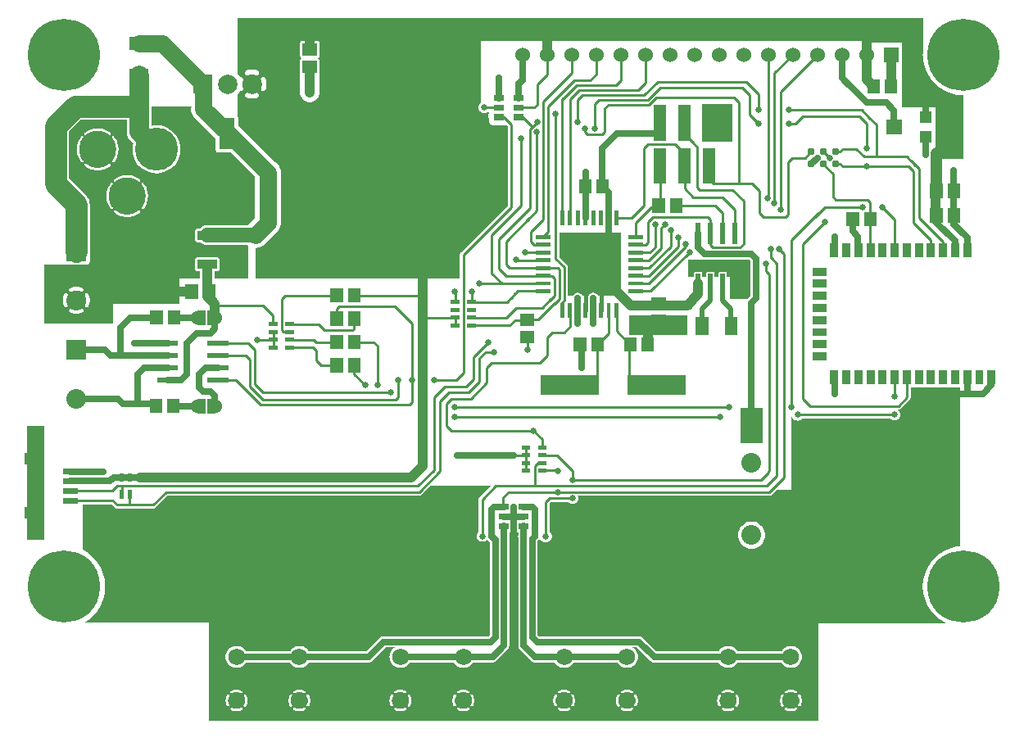
<source format=gbr>
G04 start of page 2 for group 0 idx 0 *
G04 Title: (unknown), component *
G04 Creator: pcb 4.0.2 *
G04 CreationDate: Wed Apr 29 17:11:01 2020 UTC *
G04 For: ndholmes *
G04 Format: Gerber/RS-274X *
G04 PCB-Dimensions (mil): 4000.00 2900.00 *
G04 PCB-Coordinate-Origin: lower left *
%MOIN*%
%FSLAX25Y25*%
%LNTOP*%
%ADD39C,0.1100*%
%ADD38C,0.1250*%
%ADD37C,0.0935*%
%ADD36C,0.0380*%
%ADD35C,0.0540*%
%ADD34C,0.0440*%
%ADD33C,0.0390*%
%ADD32C,0.1285*%
%ADD31C,0.0480*%
%ADD30C,0.0120*%
%ADD29C,0.0260*%
%ADD28C,0.0310*%
%ADD27C,0.1500*%
%ADD26C,0.1750*%
%ADD25C,0.0787*%
%ADD24C,0.0690*%
%ADD23C,0.2937*%
%ADD22C,0.0200*%
%ADD21C,0.0150*%
%ADD20C,0.0450*%
%ADD19C,0.0100*%
%ADD18C,0.0500*%
%ADD17C,0.0600*%
%ADD16C,0.0400*%
%ADD15C,0.0700*%
%ADD14C,0.0800*%
%ADD13C,0.0900*%
%ADD12C,0.0250*%
%ADD11C,0.0001*%
G54D11*G36*
X288000Y185000D02*X296450D01*
Y174832D01*
X295271Y173653D01*
X295204Y173596D01*
X295122Y173500D01*
X288000D01*
Y185000D01*
G37*
G36*
X296450Y182500D02*X286595D01*
X286594Y184094D01*
X286572Y184186D01*
X286536Y184273D01*
X286487Y184354D01*
X286426Y184426D01*
X286354Y184487D01*
X286273Y184536D01*
X286186Y184572D01*
X286094Y184594D01*
X286000Y184600D01*
X283906Y184594D01*
X283814Y184572D01*
X283727Y184536D01*
X283646Y184487D01*
X283574Y184426D01*
X283513Y184354D01*
X283464Y184273D01*
X283428Y184186D01*
X283406Y184094D01*
X283400Y184000D01*
X283401Y182500D01*
X281595D01*
X281594Y184094D01*
X281572Y184186D01*
X281536Y184273D01*
X281487Y184354D01*
X281426Y184426D01*
X281354Y184487D01*
X281273Y184536D01*
X281186Y184572D01*
X281094Y184594D01*
X281000Y184600D01*
X278906Y184594D01*
X278814Y184572D01*
X278727Y184536D01*
X278646Y184487D01*
X278574Y184426D01*
X278513Y184354D01*
X278464Y184273D01*
X278428Y184186D01*
X278406Y184094D01*
X278400Y184000D01*
X278401Y182500D01*
X276595D01*
X276594Y184094D01*
X276572Y184186D01*
X276536Y184273D01*
X276487Y184354D01*
X276426Y184426D01*
X276354Y184487D01*
X276273Y184536D01*
X276186Y184572D01*
X276094Y184594D01*
X276000Y184600D01*
X273906Y184594D01*
X273814Y184572D01*
X273727Y184536D01*
X273646Y184487D01*
X273574Y184426D01*
X273513Y184354D01*
X273464Y184273D01*
X273428Y184186D01*
X273406Y184094D01*
X273400Y184000D01*
X273401Y182500D01*
X271000D01*
Y189500D01*
X295818D01*
X296450Y188868D01*
Y182500D01*
G37*
G36*
X218500Y200600D02*X243800D01*
Y175030D01*
X243648Y174900D01*
X234365D01*
X234226Y175127D01*
X233996Y175396D01*
X233727Y175626D01*
X233425Y175811D01*
X233097Y175946D01*
X232753Y176029D01*
X232400Y176057D01*
X232047Y176029D01*
X231703Y175946D01*
X231375Y175811D01*
X231073Y175626D01*
X230804Y175396D01*
X230574Y175127D01*
X230435Y174900D01*
X228065D01*
X227926Y175127D01*
X227696Y175396D01*
X227427Y175626D01*
X227125Y175811D01*
X226797Y175946D01*
X226453Y176029D01*
X226100Y176057D01*
X225747Y176029D01*
X225403Y175946D01*
X225075Y175811D01*
X224773Y175626D01*
X224504Y175396D01*
X224274Y175127D01*
X224135Y174900D01*
X222000D01*
Y186441D01*
X222005Y186500D01*
X221986Y186735D01*
X221931Y186965D01*
X221841Y187183D01*
X221717Y187384D01*
X221564Y187564D01*
X221519Y187602D01*
X218500Y190621D01*
Y200600D01*
G37*
G36*
X276500Y253000D02*X289000D01*
Y237500D01*
X276500D01*
Y253000D01*
G37*
G36*
X247000Y167000D02*X270500D01*
Y159000D01*
X247000D01*
Y167000D01*
G37*
G36*
X343500Y288000D02*X366500D01*
Y278000D01*
X343500D01*
Y288000D01*
G37*
G36*
X358000D02*X366500D01*
Y273443D01*
X366465Y273000D01*
X366500Y272557D01*
Y257000D01*
X358000D01*
Y288000D01*
G37*
G36*
X383000Y256465D02*Y230500D01*
X371500D01*
Y261144D01*
X373281Y259623D01*
X375493Y258267D01*
X377890Y257274D01*
X380413Y256669D01*
X383000Y256465D01*
G37*
G36*
X358000Y273000D02*X366465D01*
X366669Y270413D01*
X367274Y267890D01*
X368267Y265493D01*
X369623Y263281D01*
X371308Y261308D01*
X373281Y259623D01*
X375493Y258267D01*
X377890Y257274D01*
X380413Y256669D01*
X381500Y256583D01*
Y251500D01*
X358000D01*
Y273000D01*
G37*
G36*
X87500Y288000D02*X348500D01*
Y278500D01*
X120397D01*
X120262Y278556D01*
X120109Y278593D01*
X119952Y278602D01*
X113891Y278593D01*
X113738Y278556D01*
X113603Y278500D01*
X87500D01*
Y288000D01*
G37*
G36*
X98261Y287500D02*X106500D01*
Y253500D01*
X98261D01*
Y258183D01*
X98331Y258195D01*
X98480Y258246D01*
X98619Y258319D01*
X98745Y258413D01*
X98855Y258525D01*
X98946Y258654D01*
X99013Y258796D01*
X99204Y259328D01*
X99337Y259877D01*
X99417Y260436D01*
X99444Y261000D01*
X99417Y261564D01*
X99337Y262123D01*
X99204Y262672D01*
X99019Y263206D01*
X98950Y263348D01*
X98858Y263477D01*
X98748Y263591D01*
X98621Y263685D01*
X98481Y263759D01*
X98332Y263809D01*
X98261Y263821D01*
Y287500D01*
G37*
G36*
X93502D02*X98261D01*
Y263821D01*
X98176Y263836D01*
X98018Y263838D01*
X97861Y263815D01*
X97710Y263768D01*
X97569Y263698D01*
X97439Y263607D01*
X97326Y263496D01*
X97232Y263370D01*
X97158Y263230D01*
X97108Y263080D01*
X97081Y262924D01*
X97079Y262766D01*
X97102Y262610D01*
X97152Y262460D01*
X97278Y262108D01*
X97366Y261744D01*
X97419Y261374D01*
X97437Y261000D01*
X97419Y260626D01*
X97366Y260256D01*
X97278Y259892D01*
X97156Y259539D01*
X97106Y259389D01*
X97083Y259234D01*
X97085Y259076D01*
X97112Y258921D01*
X97162Y258772D01*
X97236Y258633D01*
X97330Y258507D01*
X97442Y258397D01*
X97571Y258306D01*
X97712Y258236D01*
X97862Y258189D01*
X98018Y258167D01*
X98175Y258168D01*
X98261Y258183D01*
Y253500D01*
X93502D01*
Y255056D01*
X94064Y255083D01*
X94623Y255163D01*
X95172Y255296D01*
X95706Y255481D01*
X95848Y255550D01*
X95977Y255642D01*
X96091Y255752D01*
X96185Y255879D01*
X96259Y256019D01*
X96309Y256168D01*
X96336Y256324D01*
X96338Y256482D01*
X96315Y256639D01*
X96268Y256790D01*
X96198Y256931D01*
X96107Y257061D01*
X95996Y257174D01*
X95870Y257268D01*
X95730Y257342D01*
X95580Y257392D01*
X95424Y257419D01*
X95266Y257421D01*
X95110Y257398D01*
X94960Y257348D01*
X94608Y257222D01*
X94244Y257134D01*
X93874Y257081D01*
X93502Y257063D01*
Y264937D01*
X93874Y264919D01*
X94244Y264866D01*
X94608Y264778D01*
X94961Y264656D01*
X95111Y264606D01*
X95266Y264583D01*
X95424Y264585D01*
X95579Y264612D01*
X95728Y264662D01*
X95867Y264736D01*
X95993Y264830D01*
X96103Y264942D01*
X96194Y265071D01*
X96264Y265212D01*
X96311Y265362D01*
X96333Y265518D01*
X96332Y265675D01*
X96305Y265831D01*
X96254Y265980D01*
X96181Y266119D01*
X96087Y266245D01*
X95975Y266355D01*
X95846Y266446D01*
X95704Y266513D01*
X95172Y266704D01*
X94623Y266837D01*
X94064Y266917D01*
X93502Y266944D01*
Y287500D01*
G37*
G36*
X87500D02*X93502D01*
Y266944D01*
X93500Y266944D01*
X92936Y266917D01*
X92377Y266837D01*
X91828Y266704D01*
X91294Y266519D01*
X91152Y266450D01*
X91023Y266358D01*
X90909Y266248D01*
X90815Y266121D01*
X90741Y265981D01*
X90691Y265832D01*
X90664Y265676D01*
X90662Y265518D01*
X90685Y265361D01*
X90732Y265210D01*
X90802Y265069D01*
X90893Y264939D01*
X91004Y264826D01*
X91130Y264732D01*
X91270Y264658D01*
X91420Y264608D01*
X91576Y264581D01*
X91734Y264579D01*
X91890Y264602D01*
X92040Y264652D01*
X92392Y264778D01*
X92756Y264866D01*
X93126Y264919D01*
X93500Y264937D01*
X93502Y264937D01*
Y257063D01*
X93500Y257063D01*
X93126Y257081D01*
X92756Y257134D01*
X92392Y257222D01*
X92039Y257344D01*
X91889Y257394D01*
X91734Y257417D01*
X91576Y257415D01*
X91421Y257388D01*
X91272Y257338D01*
X91133Y257264D01*
X91007Y257170D01*
X90897Y257058D01*
X90806Y256929D01*
X90736Y256788D01*
X90689Y256638D01*
X90667Y256482D01*
X90668Y256325D01*
X90695Y256169D01*
X90746Y256020D01*
X90819Y255881D01*
X90913Y255755D01*
X91025Y255645D01*
X91154Y255554D01*
X91296Y255487D01*
X91828Y255296D01*
X92377Y255163D01*
X92936Y255083D01*
X93500Y255056D01*
X93502Y255056D01*
Y253500D01*
X87500D01*
Y256609D01*
X87711Y256789D01*
X88318Y257500D01*
X88735Y258179D01*
X88824Y258164D01*
X88982Y258162D01*
X89139Y258185D01*
X89290Y258232D01*
X89431Y258302D01*
X89561Y258393D01*
X89674Y258504D01*
X89768Y258630D01*
X89842Y258770D01*
X89892Y258920D01*
X89919Y259076D01*
X89921Y259234D01*
X89898Y259390D01*
X89848Y259540D01*
X89722Y259892D01*
X89634Y260256D01*
X89581Y260626D01*
X89563Y261000D01*
X89581Y261374D01*
X89634Y261744D01*
X89722Y262108D01*
X89844Y262461D01*
X89894Y262611D01*
X89917Y262766D01*
X89915Y262924D01*
X89888Y263079D01*
X89838Y263228D01*
X89764Y263367D01*
X89670Y263493D01*
X89558Y263603D01*
X89429Y263694D01*
X89288Y263764D01*
X89138Y263811D01*
X88982Y263833D01*
X88825Y263832D01*
X88737Y263817D01*
X88318Y264500D01*
X87711Y265211D01*
X87500Y265391D01*
Y287500D01*
G37*
G36*
X168500Y286500D02*X182000D01*
Y204000D01*
X168500D01*
Y286500D01*
G37*
G36*
X95000Y249500D02*X186862D01*
X186953Y249444D01*
X187287Y249306D01*
X187639Y249221D01*
X188000Y249193D01*
X188361Y249221D01*
X188713Y249306D01*
X189047Y249444D01*
X189138Y249500D01*
X189958D01*
X189897Y249351D01*
X189819Y249030D01*
X189800Y248700D01*
X189819Y245970D01*
X189897Y245649D01*
X190023Y245344D01*
X190196Y245062D01*
X190410Y244810D01*
X190662Y244596D01*
X190944Y244423D01*
X191249Y244297D01*
X191570Y244219D01*
X191900Y244200D01*
X196230Y244219D01*
X196551Y244297D01*
X196856Y244423D01*
X197500Y243779D01*
Y211621D01*
X178481Y192602D01*
X178436Y192564D01*
X178283Y192384D01*
X178159Y192183D01*
X178069Y191965D01*
X178014Y191735D01*
X178014Y191735D01*
X177995Y191500D01*
X178000Y191441D01*
Y182000D01*
X95000D01*
Y194284D01*
X95816Y194348D01*
X96612Y194539D01*
X97368Y194852D01*
X98066Y195280D01*
X98677Y195823D01*
X103533Y200679D01*
X103688Y200812D01*
X104220Y201434D01*
X104220Y201434D01*
X104648Y202132D01*
X104961Y202888D01*
X105152Y203684D01*
X105216Y204500D01*
X105200Y204704D01*
Y225000D01*
X105152Y225816D01*
X104961Y226612D01*
X104648Y227368D01*
X104220Y228066D01*
X103688Y228688D01*
X103066Y229220D01*
X102511Y229560D01*
X95000Y237071D01*
Y249500D01*
G37*
G36*
X117000Y288000D02*X186500D01*
Y253244D01*
X186369Y253131D01*
X186134Y252856D01*
X185944Y252547D01*
X185806Y252213D01*
X185721Y251861D01*
X185693Y251500D01*
X185721Y251139D01*
X185806Y250787D01*
X185944Y250453D01*
X186134Y250144D01*
X186369Y249869D01*
X186500Y249756D01*
Y234000D01*
X117000D01*
Y253588D01*
X117612Y253636D01*
X118209Y253779D01*
X118776Y254014D01*
X119299Y254335D01*
X119766Y254734D01*
X120165Y255201D01*
X120486Y255724D01*
X120721Y256291D01*
X120864Y256888D01*
X120900Y257500D01*
Y265074D01*
X120906Y265088D01*
X120943Y265241D01*
X120952Y265398D01*
X120943Y270673D01*
X120906Y270826D01*
X120846Y270971D01*
X120764Y271106D01*
X120661Y271225D01*
X120542Y271328D01*
X120407Y271410D01*
X120262Y271470D01*
X120137Y271500D01*
X120262Y271530D01*
X120407Y271590D01*
X120542Y271672D01*
X120661Y271775D01*
X120764Y271894D01*
X120846Y272029D01*
X120906Y272174D01*
X120943Y272327D01*
X120952Y272484D01*
X120943Y277759D01*
X120906Y277912D01*
X120846Y278057D01*
X120764Y278192D01*
X120661Y278311D01*
X120542Y278414D01*
X120407Y278496D01*
X120262Y278556D01*
X120109Y278593D01*
X119952Y278602D01*
X117000Y278597D01*
Y288000D01*
G37*
G36*
X98261D02*X117000D01*
Y278597D01*
X113891Y278593D01*
X113738Y278556D01*
X113593Y278496D01*
X113458Y278414D01*
X113339Y278311D01*
X113236Y278192D01*
X113154Y278057D01*
X113094Y277912D01*
X113057Y277759D01*
X113048Y277602D01*
X113057Y272327D01*
X113094Y272174D01*
X113154Y272029D01*
X113236Y271894D01*
X113339Y271775D01*
X113458Y271672D01*
X113593Y271590D01*
X113738Y271530D01*
X113863Y271500D01*
X113738Y271470D01*
X113593Y271410D01*
X113458Y271328D01*
X113339Y271225D01*
X113236Y271106D01*
X113154Y270971D01*
X113094Y270826D01*
X113057Y270673D01*
X113048Y270516D01*
X113057Y265241D01*
X113094Y265088D01*
X113100Y265074D01*
Y257500D01*
X113136Y256888D01*
X113279Y256291D01*
X113514Y255724D01*
X113835Y255201D01*
X114234Y254734D01*
X114701Y254335D01*
X115224Y254014D01*
X115791Y253779D01*
X116388Y253636D01*
X117000Y253588D01*
Y234000D01*
X98261D01*
Y258183D01*
X98331Y258195D01*
X98480Y258246D01*
X98619Y258319D01*
X98745Y258413D01*
X98855Y258525D01*
X98946Y258654D01*
X99013Y258796D01*
X99204Y259328D01*
X99337Y259877D01*
X99417Y260436D01*
X99444Y261000D01*
X99417Y261564D01*
X99337Y262123D01*
X99204Y262672D01*
X99019Y263206D01*
X98950Y263348D01*
X98858Y263477D01*
X98748Y263591D01*
X98621Y263685D01*
X98481Y263759D01*
X98332Y263809D01*
X98261Y263821D01*
Y288000D01*
G37*
G36*
X93502D02*X98261D01*
Y263821D01*
X98176Y263836D01*
X98018Y263838D01*
X97861Y263815D01*
X97710Y263768D01*
X97569Y263698D01*
X97439Y263607D01*
X97326Y263496D01*
X97232Y263370D01*
X97158Y263230D01*
X97108Y263080D01*
X97081Y262924D01*
X97079Y262766D01*
X97102Y262610D01*
X97152Y262460D01*
X97278Y262108D01*
X97366Y261744D01*
X97419Y261374D01*
X97437Y261000D01*
X97419Y260626D01*
X97366Y260256D01*
X97278Y259892D01*
X97156Y259539D01*
X97106Y259389D01*
X97083Y259234D01*
X97085Y259076D01*
X97112Y258921D01*
X97162Y258772D01*
X97236Y258633D01*
X97330Y258507D01*
X97442Y258397D01*
X97571Y258306D01*
X97712Y258236D01*
X97862Y258189D01*
X98018Y258167D01*
X98175Y258168D01*
X98261Y258183D01*
Y234000D01*
X98071D01*
X93502Y238569D01*
Y255056D01*
X94064Y255083D01*
X94623Y255163D01*
X95172Y255296D01*
X95706Y255481D01*
X95848Y255550D01*
X95977Y255642D01*
X96091Y255752D01*
X96185Y255879D01*
X96259Y256019D01*
X96309Y256168D01*
X96336Y256324D01*
X96338Y256482D01*
X96315Y256639D01*
X96268Y256790D01*
X96198Y256931D01*
X96107Y257061D01*
X95996Y257174D01*
X95870Y257268D01*
X95730Y257342D01*
X95580Y257392D01*
X95424Y257419D01*
X95266Y257421D01*
X95110Y257398D01*
X94960Y257348D01*
X94608Y257222D01*
X94244Y257134D01*
X93874Y257081D01*
X93502Y257063D01*
Y264937D01*
X93874Y264919D01*
X94244Y264866D01*
X94608Y264778D01*
X94961Y264656D01*
X95111Y264606D01*
X95266Y264583D01*
X95424Y264585D01*
X95579Y264612D01*
X95728Y264662D01*
X95867Y264736D01*
X95993Y264830D01*
X96103Y264942D01*
X96194Y265071D01*
X96264Y265212D01*
X96311Y265362D01*
X96333Y265518D01*
X96332Y265675D01*
X96305Y265831D01*
X96254Y265980D01*
X96181Y266119D01*
X96087Y266245D01*
X95975Y266355D01*
X95846Y266446D01*
X95704Y266513D01*
X95172Y266704D01*
X94623Y266837D01*
X94064Y266917D01*
X93502Y266944D01*
Y288000D01*
G37*
G36*
X87500D02*X93502D01*
Y266944D01*
X93500Y266944D01*
X92936Y266917D01*
X92377Y266837D01*
X91828Y266704D01*
X91294Y266519D01*
X91152Y266450D01*
X91023Y266358D01*
X90909Y266248D01*
X90815Y266121D01*
X90741Y265981D01*
X90691Y265832D01*
X90664Y265676D01*
X90662Y265518D01*
X90685Y265361D01*
X90732Y265210D01*
X90802Y265069D01*
X90893Y264939D01*
X91004Y264826D01*
X91130Y264732D01*
X91270Y264658D01*
X91420Y264608D01*
X91576Y264581D01*
X91734Y264579D01*
X91890Y264602D01*
X92040Y264652D01*
X92392Y264778D01*
X92756Y264866D01*
X93126Y264919D01*
X93500Y264937D01*
X93502Y264937D01*
Y257063D01*
X93500Y257063D01*
X93126Y257081D01*
X92756Y257134D01*
X92392Y257222D01*
X92039Y257344D01*
X91889Y257394D01*
X91734Y257417D01*
X91576Y257415D01*
X91421Y257388D01*
X91272Y257338D01*
X91133Y257264D01*
X91007Y257170D01*
X90897Y257058D01*
X90806Y256929D01*
X90736Y256788D01*
X90689Y256638D01*
X90667Y256482D01*
X90668Y256325D01*
X90695Y256169D01*
X90746Y256020D01*
X90819Y255881D01*
X90913Y255755D01*
X91025Y255645D01*
X91154Y255554D01*
X91296Y255487D01*
X91828Y255296D01*
X92377Y255163D01*
X92936Y255083D01*
X93500Y255056D01*
X93502Y255056D01*
Y238569D01*
X87940Y244131D01*
X87936Y247377D01*
X87881Y247607D01*
X87791Y247825D01*
X87667Y248026D01*
X87514Y248206D01*
X87500Y248218D01*
Y256609D01*
X87711Y256789D01*
X88318Y257500D01*
X88735Y258179D01*
X88824Y258164D01*
X88982Y258162D01*
X89139Y258185D01*
X89290Y258232D01*
X89431Y258302D01*
X89561Y258393D01*
X89674Y258504D01*
X89768Y258630D01*
X89842Y258770D01*
X89892Y258920D01*
X89919Y259076D01*
X89921Y259234D01*
X89898Y259390D01*
X89848Y259540D01*
X89722Y259892D01*
X89634Y260256D01*
X89581Y260626D01*
X89563Y261000D01*
X89581Y261374D01*
X89634Y261744D01*
X89722Y262108D01*
X89844Y262461D01*
X89894Y262611D01*
X89917Y262766D01*
X89915Y262924D01*
X89888Y263079D01*
X89838Y263228D01*
X89764Y263367D01*
X89670Y263493D01*
X89558Y263603D01*
X89429Y263694D01*
X89288Y263764D01*
X89138Y263811D01*
X88982Y263833D01*
X88825Y263832D01*
X88737Y263817D01*
X88318Y264500D01*
X87711Y265211D01*
X87500Y265391D01*
Y288000D01*
G37*
G36*
X316472Y23000D02*X324000D01*
Y2000D01*
X316472D01*
Y7717D01*
X316531Y7762D01*
X316586Y7818D01*
X316630Y7884D01*
X316819Y8230D01*
X316972Y8594D01*
X317093Y8970D01*
X317180Y9356D01*
X317232Y9747D01*
X317250Y10142D01*
X317232Y10536D01*
X317180Y10928D01*
X317093Y11313D01*
X316972Y11689D01*
X316819Y12053D01*
X316634Y12402D01*
X316589Y12467D01*
X316534Y12524D01*
X316472Y12571D01*
Y23000D01*
G37*
G36*
X312797D02*X316472D01*
Y12571D01*
X316470Y12572D01*
X316400Y12609D01*
X316325Y12635D01*
X316247Y12649D01*
X316168Y12650D01*
X316090Y12639D01*
X316014Y12616D01*
X315943Y12581D01*
X315878Y12536D01*
X315821Y12481D01*
X315773Y12418D01*
X315736Y12348D01*
X315710Y12273D01*
X315696Y12195D01*
X315695Y12115D01*
X315706Y12037D01*
X315729Y11961D01*
X315765Y11891D01*
X315911Y11622D01*
X316030Y11340D01*
X316124Y11049D01*
X316191Y10751D01*
X316232Y10447D01*
X316245Y10142D01*
X316232Y9836D01*
X316191Y9533D01*
X316124Y9234D01*
X316030Y8943D01*
X315911Y8661D01*
X315768Y8391D01*
X315732Y8321D01*
X315709Y8246D01*
X315698Y8168D01*
X315700Y8089D01*
X315713Y8012D01*
X315739Y7937D01*
X315776Y7868D01*
X315823Y7805D01*
X315880Y7750D01*
X315944Y7705D01*
X316015Y7671D01*
X316090Y7648D01*
X316168Y7637D01*
X316247Y7638D01*
X316325Y7652D01*
X316399Y7677D01*
X316468Y7714D01*
X316472Y7717D01*
Y2000D01*
X312797D01*
Y5687D01*
X313190Y5705D01*
X313581Y5757D01*
X313967Y5844D01*
X314343Y5965D01*
X314707Y6118D01*
X315056Y6304D01*
X315121Y6348D01*
X315178Y6403D01*
X315226Y6467D01*
X315263Y6537D01*
X315289Y6612D01*
X315302Y6690D01*
X315304Y6769D01*
X315293Y6847D01*
X315270Y6923D01*
X315235Y6994D01*
X315189Y7059D01*
X315134Y7116D01*
X315071Y7164D01*
X315001Y7201D01*
X314926Y7227D01*
X314848Y7241D01*
X314769Y7242D01*
X314690Y7231D01*
X314615Y7208D01*
X314544Y7172D01*
X314276Y7026D01*
X313994Y6907D01*
X313703Y6813D01*
X313404Y6746D01*
X313101Y6705D01*
X312797Y6692D01*
Y13592D01*
X313101Y13578D01*
X313404Y13538D01*
X313703Y13470D01*
X313994Y13377D01*
X314276Y13258D01*
X314546Y13115D01*
X314616Y13079D01*
X314691Y13056D01*
X314769Y13045D01*
X314848Y13046D01*
X314925Y13060D01*
X315000Y13085D01*
X315069Y13122D01*
X315132Y13170D01*
X315187Y13226D01*
X315232Y13291D01*
X315266Y13362D01*
X315289Y13437D01*
X315300Y13515D01*
X315299Y13593D01*
X315285Y13671D01*
X315260Y13745D01*
X315223Y13815D01*
X315175Y13878D01*
X315119Y13932D01*
X315053Y13976D01*
X314707Y14165D01*
X314343Y14319D01*
X313967Y14439D01*
X313581Y14526D01*
X313190Y14579D01*
X312797Y14596D01*
Y23000D01*
G37*
G36*
X309118D02*X312797D01*
Y14596D01*
X312795Y14596D01*
X312401Y14579D01*
X312009Y14526D01*
X311624Y14439D01*
X311248Y14319D01*
X310884Y14165D01*
X310535Y13980D01*
X310470Y13935D01*
X310413Y13880D01*
X310365Y13817D01*
X310328Y13747D01*
X310302Y13672D01*
X310288Y13594D01*
X310287Y13515D01*
X310298Y13436D01*
X310321Y13360D01*
X310356Y13289D01*
X310401Y13224D01*
X310456Y13167D01*
X310519Y13120D01*
X310589Y13082D01*
X310664Y13057D01*
X310742Y13043D01*
X310822Y13041D01*
X310900Y13052D01*
X310976Y13076D01*
X311046Y13112D01*
X311315Y13258D01*
X311597Y13377D01*
X311888Y13470D01*
X312186Y13538D01*
X312490Y13578D01*
X312795Y13592D01*
X312797Y13592D01*
Y6692D01*
X312795Y6692D01*
X312490Y6705D01*
X312186Y6746D01*
X311888Y6813D01*
X311597Y6907D01*
X311315Y7026D01*
X311045Y7169D01*
X310975Y7205D01*
X310899Y7228D01*
X310821Y7239D01*
X310743Y7237D01*
X310665Y7224D01*
X310591Y7198D01*
X310521Y7161D01*
X310458Y7114D01*
X310404Y7057D01*
X310359Y6993D01*
X310324Y6922D01*
X310301Y6847D01*
X310290Y6769D01*
X310292Y6690D01*
X310305Y6612D01*
X310331Y6538D01*
X310368Y6469D01*
X310415Y6406D01*
X310472Y6351D01*
X310537Y6307D01*
X310884Y6118D01*
X311248Y5965D01*
X311624Y5844D01*
X312009Y5757D01*
X312401Y5705D01*
X312795Y5687D01*
X312797Y5687D01*
Y2000D01*
X309118D01*
Y7713D01*
X309120Y7711D01*
X309190Y7674D01*
X309265Y7648D01*
X309343Y7635D01*
X309422Y7633D01*
X309501Y7644D01*
X309577Y7667D01*
X309648Y7702D01*
X309713Y7748D01*
X309770Y7803D01*
X309817Y7866D01*
X309855Y7936D01*
X309881Y8011D01*
X309894Y8089D01*
X309896Y8168D01*
X309885Y8247D01*
X309861Y8322D01*
X309825Y8393D01*
X309679Y8661D01*
X309560Y8943D01*
X309467Y9234D01*
X309399Y9533D01*
X309359Y9836D01*
X309345Y10142D01*
X309359Y10447D01*
X309399Y10751D01*
X309467Y11049D01*
X309560Y11340D01*
X309679Y11622D01*
X309822Y11892D01*
X309858Y11962D01*
X309881Y12038D01*
X309892Y12116D01*
X309891Y12194D01*
X309877Y12272D01*
X309852Y12346D01*
X309815Y12416D01*
X309767Y12479D01*
X309711Y12533D01*
X309646Y12578D01*
X309575Y12613D01*
X309500Y12636D01*
X309422Y12647D01*
X309344Y12645D01*
X309266Y12632D01*
X309192Y12606D01*
X309122Y12569D01*
X309118Y12566D01*
Y23000D01*
G37*
G36*
X290882D02*X309118D01*
Y12566D01*
X309059Y12522D01*
X309005Y12465D01*
X308961Y12400D01*
X308772Y12053D01*
X308618Y11689D01*
X308498Y11313D01*
X308411Y10928D01*
X308358Y10536D01*
X308341Y10142D01*
X308358Y9747D01*
X308411Y9356D01*
X308498Y8970D01*
X308618Y8594D01*
X308772Y8230D01*
X308957Y7881D01*
X309002Y7816D01*
X309057Y7759D01*
X309118Y7713D01*
Y2000D01*
X290882D01*
Y7717D01*
X290941Y7762D01*
X290995Y7818D01*
X291039Y7884D01*
X291228Y8230D01*
X291382Y8594D01*
X291502Y8970D01*
X291589Y9356D01*
X291642Y9747D01*
X291659Y10142D01*
X291642Y10536D01*
X291589Y10928D01*
X291502Y11313D01*
X291382Y11689D01*
X291228Y12053D01*
X291043Y12402D01*
X290998Y12467D01*
X290943Y12524D01*
X290882Y12571D01*
Y23000D01*
G37*
G36*
X287206D02*X290882D01*
Y12571D01*
X290880Y12572D01*
X290810Y12609D01*
X290735Y12635D01*
X290657Y12649D01*
X290578Y12650D01*
X290499Y12639D01*
X290423Y12616D01*
X290352Y12581D01*
X290287Y12536D01*
X290230Y12481D01*
X290182Y12418D01*
X290145Y12348D01*
X290119Y12273D01*
X290106Y12195D01*
X290104Y12115D01*
X290115Y12037D01*
X290139Y11961D01*
X290175Y11891D01*
X290321Y11622D01*
X290440Y11340D01*
X290533Y11049D01*
X290601Y10751D01*
X290641Y10447D01*
X290655Y10142D01*
X290641Y9836D01*
X290601Y9533D01*
X290533Y9234D01*
X290440Y8943D01*
X290321Y8661D01*
X290178Y8391D01*
X290142Y8321D01*
X290119Y8246D01*
X290108Y8168D01*
X290109Y8089D01*
X290123Y8012D01*
X290148Y7937D01*
X290185Y7868D01*
X290233Y7805D01*
X290289Y7750D01*
X290354Y7705D01*
X290425Y7671D01*
X290500Y7648D01*
X290578Y7637D01*
X290656Y7638D01*
X290734Y7652D01*
X290808Y7677D01*
X290878Y7714D01*
X290882Y7717D01*
Y2000D01*
X287206D01*
Y5687D01*
X287599Y5705D01*
X287991Y5757D01*
X288376Y5844D01*
X288752Y5965D01*
X289116Y6118D01*
X289465Y6304D01*
X289530Y6348D01*
X289587Y6403D01*
X289635Y6467D01*
X289672Y6537D01*
X289698Y6612D01*
X289712Y6690D01*
X289713Y6769D01*
X289702Y6847D01*
X289679Y6923D01*
X289644Y6994D01*
X289599Y7059D01*
X289544Y7116D01*
X289481Y7164D01*
X289411Y7201D01*
X289336Y7227D01*
X289258Y7241D01*
X289178Y7242D01*
X289100Y7231D01*
X289024Y7208D01*
X288954Y7172D01*
X288685Y7026D01*
X288403Y6907D01*
X288112Y6813D01*
X287814Y6746D01*
X287510Y6705D01*
X287206Y6692D01*
Y13592D01*
X287510Y13578D01*
X287814Y13538D01*
X288112Y13470D01*
X288403Y13377D01*
X288685Y13258D01*
X288955Y13115D01*
X289025Y13079D01*
X289101Y13056D01*
X289179Y13045D01*
X289257Y13046D01*
X289335Y13060D01*
X289409Y13085D01*
X289479Y13122D01*
X289542Y13170D01*
X289596Y13226D01*
X289641Y13291D01*
X289676Y13362D01*
X289699Y13437D01*
X289710Y13515D01*
X289708Y13593D01*
X289695Y13671D01*
X289669Y13745D01*
X289632Y13815D01*
X289585Y13878D01*
X289528Y13932D01*
X289463Y13976D01*
X289116Y14165D01*
X288752Y14319D01*
X288376Y14439D01*
X287991Y14526D01*
X287599Y14579D01*
X287206Y14596D01*
Y23000D01*
G37*
G36*
X283528D02*X287206D01*
Y14596D01*
X287205Y14596D01*
X286810Y14579D01*
X286419Y14526D01*
X286033Y14439D01*
X285657Y14319D01*
X285293Y14165D01*
X284944Y13980D01*
X284879Y13935D01*
X284822Y13880D01*
X284774Y13817D01*
X284737Y13747D01*
X284711Y13672D01*
X284698Y13594D01*
X284696Y13515D01*
X284707Y13436D01*
X284730Y13360D01*
X284765Y13289D01*
X284811Y13224D01*
X284866Y13167D01*
X284929Y13120D01*
X284999Y13082D01*
X285074Y13057D01*
X285152Y13043D01*
X285231Y13041D01*
X285310Y13052D01*
X285385Y13076D01*
X285456Y13112D01*
X285724Y13258D01*
X286006Y13377D01*
X286297Y13470D01*
X286596Y13538D01*
X286899Y13578D01*
X287205Y13592D01*
X287206Y13592D01*
Y6692D01*
X287205Y6692D01*
X286899Y6705D01*
X286596Y6746D01*
X286297Y6813D01*
X286006Y6907D01*
X285724Y7026D01*
X285454Y7169D01*
X285384Y7205D01*
X285309Y7228D01*
X285231Y7239D01*
X285152Y7237D01*
X285075Y7224D01*
X285000Y7198D01*
X284931Y7161D01*
X284868Y7114D01*
X284813Y7057D01*
X284768Y6993D01*
X284734Y6922D01*
X284711Y6847D01*
X284700Y6769D01*
X284701Y6690D01*
X284715Y6612D01*
X284740Y6538D01*
X284777Y6469D01*
X284825Y6406D01*
X284881Y6351D01*
X284947Y6307D01*
X285293Y6118D01*
X285657Y5965D01*
X286033Y5844D01*
X286419Y5757D01*
X286810Y5705D01*
X287205Y5687D01*
X287206Y5687D01*
Y2000D01*
X283528D01*
Y7713D01*
X283530Y7711D01*
X283600Y7674D01*
X283675Y7648D01*
X283753Y7635D01*
X283832Y7633D01*
X283910Y7644D01*
X283986Y7667D01*
X284057Y7702D01*
X284122Y7748D01*
X284179Y7803D01*
X284227Y7866D01*
X284264Y7936D01*
X284290Y8011D01*
X284304Y8089D01*
X284305Y8168D01*
X284294Y8247D01*
X284271Y8322D01*
X284235Y8393D01*
X284089Y8661D01*
X283970Y8943D01*
X283876Y9234D01*
X283809Y9533D01*
X283768Y9836D01*
X283755Y10142D01*
X283768Y10447D01*
X283809Y10751D01*
X283876Y11049D01*
X283970Y11340D01*
X284089Y11622D01*
X284232Y11892D01*
X284268Y11962D01*
X284291Y12038D01*
X284302Y12116D01*
X284300Y12194D01*
X284287Y12272D01*
X284261Y12346D01*
X284224Y12416D01*
X284177Y12479D01*
X284120Y12533D01*
X284056Y12578D01*
X283985Y12613D01*
X283910Y12636D01*
X283832Y12647D01*
X283753Y12645D01*
X283675Y12632D01*
X283601Y12606D01*
X283532Y12569D01*
X283528Y12566D01*
Y23000D01*
G37*
G36*
X249772D02*X283528D01*
Y12566D01*
X283469Y12522D01*
X283414Y12465D01*
X283370Y12400D01*
X283181Y12053D01*
X283028Y11689D01*
X282907Y11313D01*
X282820Y10928D01*
X282768Y10536D01*
X282750Y10142D01*
X282768Y9747D01*
X282820Y9356D01*
X282907Y8970D01*
X283028Y8594D01*
X283181Y8230D01*
X283366Y7881D01*
X283411Y7816D01*
X283466Y7759D01*
X283528Y7713D01*
Y2000D01*
X249772D01*
Y7717D01*
X249831Y7762D01*
X249886Y7818D01*
X249930Y7884D01*
X250119Y8230D01*
X250272Y8594D01*
X250393Y8970D01*
X250480Y9356D01*
X250532Y9747D01*
X250550Y10142D01*
X250532Y10536D01*
X250480Y10928D01*
X250393Y11313D01*
X250272Y11689D01*
X250119Y12053D01*
X249934Y12402D01*
X249889Y12467D01*
X249834Y12524D01*
X249772Y12571D01*
Y23000D01*
G37*
G36*
X246097D02*X249772D01*
Y12571D01*
X249770Y12572D01*
X249700Y12609D01*
X249625Y12635D01*
X249547Y12649D01*
X249468Y12650D01*
X249390Y12639D01*
X249314Y12616D01*
X249243Y12581D01*
X249178Y12536D01*
X249121Y12481D01*
X249073Y12418D01*
X249036Y12348D01*
X249010Y12273D01*
X248996Y12195D01*
X248995Y12115D01*
X249006Y12037D01*
X249029Y11961D01*
X249065Y11891D01*
X249211Y11622D01*
X249330Y11340D01*
X249424Y11049D01*
X249491Y10751D01*
X249532Y10447D01*
X249545Y10142D01*
X249532Y9836D01*
X249491Y9533D01*
X249424Y9234D01*
X249330Y8943D01*
X249211Y8661D01*
X249068Y8391D01*
X249032Y8321D01*
X249009Y8246D01*
X248998Y8168D01*
X249000Y8089D01*
X249013Y8012D01*
X249039Y7937D01*
X249076Y7868D01*
X249123Y7805D01*
X249180Y7750D01*
X249244Y7705D01*
X249315Y7671D01*
X249390Y7648D01*
X249468Y7637D01*
X249547Y7638D01*
X249625Y7652D01*
X249699Y7677D01*
X249768Y7714D01*
X249772Y7717D01*
Y2000D01*
X246097D01*
Y5687D01*
X246490Y5705D01*
X246881Y5757D01*
X247267Y5844D01*
X247643Y5965D01*
X248007Y6118D01*
X248356Y6304D01*
X248421Y6348D01*
X248478Y6403D01*
X248526Y6467D01*
X248563Y6537D01*
X248589Y6612D01*
X248602Y6690D01*
X248604Y6769D01*
X248593Y6847D01*
X248570Y6923D01*
X248535Y6994D01*
X248489Y7059D01*
X248434Y7116D01*
X248371Y7164D01*
X248301Y7201D01*
X248226Y7227D01*
X248148Y7241D01*
X248069Y7242D01*
X247990Y7231D01*
X247915Y7208D01*
X247844Y7172D01*
X247576Y7026D01*
X247294Y6907D01*
X247003Y6813D01*
X246704Y6746D01*
X246401Y6705D01*
X246097Y6692D01*
Y13592D01*
X246401Y13578D01*
X246704Y13538D01*
X247003Y13470D01*
X247294Y13377D01*
X247576Y13258D01*
X247846Y13115D01*
X247916Y13079D01*
X247991Y13056D01*
X248069Y13045D01*
X248148Y13046D01*
X248225Y13060D01*
X248300Y13085D01*
X248369Y13122D01*
X248432Y13170D01*
X248487Y13226D01*
X248532Y13291D01*
X248566Y13362D01*
X248589Y13437D01*
X248600Y13515D01*
X248599Y13593D01*
X248585Y13671D01*
X248560Y13745D01*
X248523Y13815D01*
X248475Y13878D01*
X248419Y13932D01*
X248353Y13976D01*
X248007Y14165D01*
X247643Y14319D01*
X247267Y14439D01*
X246881Y14526D01*
X246490Y14579D01*
X246097Y14596D01*
Y23000D01*
G37*
G36*
X242418D02*X246097D01*
Y14596D01*
X246095Y14596D01*
X245701Y14579D01*
X245309Y14526D01*
X244924Y14439D01*
X244548Y14319D01*
X244184Y14165D01*
X243835Y13980D01*
X243770Y13935D01*
X243713Y13880D01*
X243665Y13817D01*
X243628Y13747D01*
X243602Y13672D01*
X243588Y13594D01*
X243587Y13515D01*
X243598Y13436D01*
X243621Y13360D01*
X243656Y13289D01*
X243701Y13224D01*
X243756Y13167D01*
X243819Y13120D01*
X243889Y13082D01*
X243964Y13057D01*
X244042Y13043D01*
X244122Y13041D01*
X244200Y13052D01*
X244276Y13076D01*
X244346Y13112D01*
X244615Y13258D01*
X244897Y13377D01*
X245188Y13470D01*
X245486Y13538D01*
X245790Y13578D01*
X246095Y13592D01*
X246097Y13592D01*
Y6692D01*
X246095Y6692D01*
X245790Y6705D01*
X245486Y6746D01*
X245188Y6813D01*
X244897Y6907D01*
X244615Y7026D01*
X244345Y7169D01*
X244275Y7205D01*
X244199Y7228D01*
X244121Y7239D01*
X244043Y7237D01*
X243965Y7224D01*
X243891Y7198D01*
X243821Y7161D01*
X243758Y7114D01*
X243704Y7057D01*
X243659Y6993D01*
X243624Y6922D01*
X243601Y6847D01*
X243590Y6769D01*
X243592Y6690D01*
X243605Y6612D01*
X243631Y6538D01*
X243668Y6469D01*
X243715Y6406D01*
X243772Y6351D01*
X243837Y6307D01*
X244184Y6118D01*
X244548Y5965D01*
X244924Y5844D01*
X245309Y5757D01*
X245701Y5705D01*
X246095Y5687D01*
X246097Y5687D01*
Y2000D01*
X242418D01*
Y7713D01*
X242420Y7711D01*
X242490Y7674D01*
X242565Y7648D01*
X242643Y7635D01*
X242722Y7633D01*
X242801Y7644D01*
X242877Y7667D01*
X242948Y7702D01*
X243013Y7748D01*
X243070Y7803D01*
X243117Y7866D01*
X243155Y7936D01*
X243181Y8011D01*
X243194Y8089D01*
X243196Y8168D01*
X243185Y8247D01*
X243161Y8322D01*
X243125Y8393D01*
X242979Y8661D01*
X242860Y8943D01*
X242767Y9234D01*
X242699Y9533D01*
X242659Y9836D01*
X242645Y10142D01*
X242659Y10447D01*
X242699Y10751D01*
X242767Y11049D01*
X242860Y11340D01*
X242979Y11622D01*
X243122Y11892D01*
X243158Y11962D01*
X243181Y12038D01*
X243192Y12116D01*
X243191Y12194D01*
X243177Y12272D01*
X243152Y12346D01*
X243115Y12416D01*
X243067Y12479D01*
X243011Y12533D01*
X242946Y12578D01*
X242875Y12613D01*
X242800Y12636D01*
X242722Y12647D01*
X242644Y12645D01*
X242566Y12632D01*
X242492Y12606D01*
X242422Y12569D01*
X242418Y12566D01*
Y23000D01*
G37*
G36*
X224182D02*X242418D01*
Y12566D01*
X242359Y12522D01*
X242305Y12465D01*
X242261Y12400D01*
X242072Y12053D01*
X241918Y11689D01*
X241798Y11313D01*
X241711Y10928D01*
X241658Y10536D01*
X241641Y10142D01*
X241658Y9747D01*
X241711Y9356D01*
X241798Y8970D01*
X241918Y8594D01*
X242072Y8230D01*
X242257Y7881D01*
X242302Y7816D01*
X242357Y7759D01*
X242418Y7713D01*
Y2000D01*
X224182D01*
Y7717D01*
X224241Y7762D01*
X224295Y7818D01*
X224339Y7884D01*
X224528Y8230D01*
X224682Y8594D01*
X224802Y8970D01*
X224889Y9356D01*
X224942Y9747D01*
X224959Y10142D01*
X224942Y10536D01*
X224889Y10928D01*
X224802Y11313D01*
X224682Y11689D01*
X224528Y12053D01*
X224343Y12402D01*
X224298Y12467D01*
X224243Y12524D01*
X224182Y12571D01*
Y23000D01*
G37*
G36*
X220506D02*X224182D01*
Y12571D01*
X224180Y12572D01*
X224110Y12609D01*
X224035Y12635D01*
X223957Y12649D01*
X223878Y12650D01*
X223799Y12639D01*
X223723Y12616D01*
X223652Y12581D01*
X223587Y12536D01*
X223530Y12481D01*
X223482Y12418D01*
X223445Y12348D01*
X223419Y12273D01*
X223406Y12195D01*
X223404Y12115D01*
X223415Y12037D01*
X223439Y11961D01*
X223475Y11891D01*
X223621Y11622D01*
X223740Y11340D01*
X223833Y11049D01*
X223901Y10751D01*
X223941Y10447D01*
X223955Y10142D01*
X223941Y9836D01*
X223901Y9533D01*
X223833Y9234D01*
X223740Y8943D01*
X223621Y8661D01*
X223478Y8391D01*
X223442Y8321D01*
X223419Y8246D01*
X223408Y8168D01*
X223409Y8089D01*
X223423Y8012D01*
X223448Y7937D01*
X223485Y7868D01*
X223533Y7805D01*
X223589Y7750D01*
X223654Y7705D01*
X223725Y7671D01*
X223800Y7648D01*
X223878Y7637D01*
X223956Y7638D01*
X224034Y7652D01*
X224108Y7677D01*
X224178Y7714D01*
X224182Y7717D01*
Y2000D01*
X220506D01*
Y5687D01*
X220899Y5705D01*
X221291Y5757D01*
X221676Y5844D01*
X222052Y5965D01*
X222416Y6118D01*
X222765Y6304D01*
X222830Y6348D01*
X222887Y6403D01*
X222935Y6467D01*
X222972Y6537D01*
X222998Y6612D01*
X223012Y6690D01*
X223013Y6769D01*
X223002Y6847D01*
X222979Y6923D01*
X222944Y6994D01*
X222899Y7059D01*
X222844Y7116D01*
X222781Y7164D01*
X222711Y7201D01*
X222636Y7227D01*
X222558Y7241D01*
X222478Y7242D01*
X222400Y7231D01*
X222324Y7208D01*
X222254Y7172D01*
X221985Y7026D01*
X221703Y6907D01*
X221412Y6813D01*
X221114Y6746D01*
X220810Y6705D01*
X220506Y6692D01*
Y13592D01*
X220810Y13578D01*
X221114Y13538D01*
X221412Y13470D01*
X221703Y13377D01*
X221985Y13258D01*
X222255Y13115D01*
X222325Y13079D01*
X222401Y13056D01*
X222479Y13045D01*
X222557Y13046D01*
X222635Y13060D01*
X222709Y13085D01*
X222779Y13122D01*
X222842Y13170D01*
X222896Y13226D01*
X222941Y13291D01*
X222976Y13362D01*
X222999Y13437D01*
X223010Y13515D01*
X223008Y13593D01*
X222995Y13671D01*
X222969Y13745D01*
X222932Y13815D01*
X222885Y13878D01*
X222828Y13932D01*
X222763Y13976D01*
X222416Y14165D01*
X222052Y14319D01*
X221676Y14439D01*
X221291Y14526D01*
X220899Y14579D01*
X220506Y14596D01*
Y23000D01*
G37*
G36*
X216828D02*X220506D01*
Y14596D01*
X220505Y14596D01*
X220110Y14579D01*
X219719Y14526D01*
X219333Y14439D01*
X218957Y14319D01*
X218593Y14165D01*
X218244Y13980D01*
X218179Y13935D01*
X218122Y13880D01*
X218074Y13817D01*
X218037Y13747D01*
X218011Y13672D01*
X217998Y13594D01*
X217996Y13515D01*
X218007Y13436D01*
X218030Y13360D01*
X218065Y13289D01*
X218111Y13224D01*
X218166Y13167D01*
X218229Y13120D01*
X218299Y13082D01*
X218374Y13057D01*
X218452Y13043D01*
X218531Y13041D01*
X218609Y13052D01*
X218685Y13076D01*
X218756Y13112D01*
X219024Y13258D01*
X219306Y13377D01*
X219597Y13470D01*
X219896Y13538D01*
X220199Y13578D01*
X220505Y13592D01*
X220506Y13592D01*
Y6692D01*
X220505Y6692D01*
X220199Y6705D01*
X219896Y6746D01*
X219597Y6813D01*
X219306Y6907D01*
X219024Y7026D01*
X218754Y7169D01*
X218684Y7205D01*
X218609Y7228D01*
X218531Y7239D01*
X218452Y7237D01*
X218375Y7224D01*
X218300Y7198D01*
X218231Y7161D01*
X218168Y7114D01*
X218113Y7057D01*
X218068Y6993D01*
X218034Y6922D01*
X218011Y6847D01*
X218000Y6769D01*
X218001Y6690D01*
X218015Y6612D01*
X218040Y6538D01*
X218077Y6469D01*
X218125Y6406D01*
X218181Y6351D01*
X218247Y6307D01*
X218593Y6118D01*
X218957Y5965D01*
X219333Y5844D01*
X219719Y5757D01*
X220110Y5705D01*
X220505Y5687D01*
X220506Y5687D01*
Y2000D01*
X216828D01*
Y7713D01*
X216830Y7711D01*
X216900Y7674D01*
X216975Y7648D01*
X217053Y7635D01*
X217132Y7633D01*
X217210Y7644D01*
X217286Y7667D01*
X217357Y7702D01*
X217422Y7748D01*
X217479Y7803D01*
X217527Y7866D01*
X217564Y7936D01*
X217590Y8011D01*
X217604Y8089D01*
X217605Y8168D01*
X217594Y8247D01*
X217571Y8322D01*
X217535Y8393D01*
X217389Y8661D01*
X217270Y8943D01*
X217176Y9234D01*
X217109Y9533D01*
X217068Y9836D01*
X217055Y10142D01*
X217068Y10447D01*
X217109Y10751D01*
X217176Y11049D01*
X217270Y11340D01*
X217389Y11622D01*
X217532Y11892D01*
X217568Y11962D01*
X217591Y12038D01*
X217602Y12116D01*
X217600Y12194D01*
X217587Y12272D01*
X217561Y12346D01*
X217524Y12416D01*
X217477Y12479D01*
X217420Y12533D01*
X217356Y12578D01*
X217285Y12613D01*
X217210Y12636D01*
X217132Y12647D01*
X217053Y12645D01*
X216975Y12632D01*
X216901Y12606D01*
X216832Y12569D01*
X216828Y12566D01*
Y23000D01*
G37*
G36*
X183172D02*X216828D01*
Y12566D01*
X216769Y12522D01*
X216714Y12465D01*
X216670Y12400D01*
X216481Y12053D01*
X216328Y11689D01*
X216207Y11313D01*
X216120Y10928D01*
X216068Y10536D01*
X216050Y10142D01*
X216068Y9747D01*
X216120Y9356D01*
X216207Y8970D01*
X216328Y8594D01*
X216481Y8230D01*
X216666Y7881D01*
X216711Y7816D01*
X216766Y7759D01*
X216828Y7713D01*
Y2000D01*
X183172D01*
Y7717D01*
X183231Y7762D01*
X183286Y7818D01*
X183330Y7884D01*
X183519Y8230D01*
X183672Y8594D01*
X183793Y8970D01*
X183880Y9356D01*
X183932Y9747D01*
X183950Y10142D01*
X183932Y10536D01*
X183880Y10928D01*
X183793Y11313D01*
X183672Y11689D01*
X183519Y12053D01*
X183334Y12402D01*
X183289Y12467D01*
X183234Y12524D01*
X183172Y12571D01*
Y23000D01*
G37*
G36*
X179497D02*X183172D01*
Y12571D01*
X183170Y12572D01*
X183100Y12609D01*
X183025Y12635D01*
X182947Y12649D01*
X182868Y12650D01*
X182790Y12639D01*
X182714Y12616D01*
X182643Y12581D01*
X182578Y12536D01*
X182521Y12481D01*
X182473Y12418D01*
X182436Y12348D01*
X182410Y12273D01*
X182396Y12195D01*
X182395Y12115D01*
X182406Y12037D01*
X182429Y11961D01*
X182465Y11891D01*
X182611Y11622D01*
X182730Y11340D01*
X182824Y11049D01*
X182891Y10751D01*
X182932Y10447D01*
X182945Y10142D01*
X182932Y9836D01*
X182891Y9533D01*
X182824Y9234D01*
X182730Y8943D01*
X182611Y8661D01*
X182468Y8391D01*
X182432Y8321D01*
X182409Y8246D01*
X182398Y8168D01*
X182400Y8089D01*
X182413Y8012D01*
X182439Y7937D01*
X182476Y7868D01*
X182523Y7805D01*
X182580Y7750D01*
X182644Y7705D01*
X182715Y7671D01*
X182790Y7648D01*
X182868Y7637D01*
X182947Y7638D01*
X183025Y7652D01*
X183099Y7677D01*
X183168Y7714D01*
X183172Y7717D01*
Y2000D01*
X179497D01*
Y5687D01*
X179890Y5705D01*
X180281Y5757D01*
X180667Y5844D01*
X181043Y5965D01*
X181407Y6118D01*
X181756Y6304D01*
X181821Y6348D01*
X181878Y6403D01*
X181926Y6467D01*
X181963Y6537D01*
X181989Y6612D01*
X182002Y6690D01*
X182004Y6769D01*
X181993Y6847D01*
X181970Y6923D01*
X181935Y6994D01*
X181889Y7059D01*
X181834Y7116D01*
X181771Y7164D01*
X181701Y7201D01*
X181626Y7227D01*
X181548Y7241D01*
X181469Y7242D01*
X181390Y7231D01*
X181315Y7208D01*
X181244Y7172D01*
X180976Y7026D01*
X180694Y6907D01*
X180403Y6813D01*
X180104Y6746D01*
X179801Y6705D01*
X179497Y6692D01*
Y13592D01*
X179801Y13578D01*
X180104Y13538D01*
X180403Y13470D01*
X180694Y13377D01*
X180976Y13258D01*
X181246Y13115D01*
X181316Y13079D01*
X181391Y13056D01*
X181469Y13045D01*
X181548Y13046D01*
X181625Y13060D01*
X181700Y13085D01*
X181769Y13122D01*
X181832Y13170D01*
X181887Y13226D01*
X181932Y13291D01*
X181966Y13362D01*
X181989Y13437D01*
X182000Y13515D01*
X181999Y13593D01*
X181985Y13671D01*
X181960Y13745D01*
X181923Y13815D01*
X181875Y13878D01*
X181819Y13932D01*
X181753Y13976D01*
X181407Y14165D01*
X181043Y14319D01*
X180667Y14439D01*
X180281Y14526D01*
X179890Y14579D01*
X179497Y14596D01*
Y23000D01*
G37*
G36*
X175818D02*X179497D01*
Y14596D01*
X179495Y14596D01*
X179101Y14579D01*
X178709Y14526D01*
X178324Y14439D01*
X177948Y14319D01*
X177584Y14165D01*
X177235Y13980D01*
X177170Y13935D01*
X177113Y13880D01*
X177065Y13817D01*
X177028Y13747D01*
X177002Y13672D01*
X176988Y13594D01*
X176987Y13515D01*
X176998Y13436D01*
X177021Y13360D01*
X177056Y13289D01*
X177101Y13224D01*
X177156Y13167D01*
X177219Y13120D01*
X177289Y13082D01*
X177364Y13057D01*
X177442Y13043D01*
X177522Y13041D01*
X177600Y13052D01*
X177676Y13076D01*
X177746Y13112D01*
X178015Y13258D01*
X178297Y13377D01*
X178588Y13470D01*
X178886Y13538D01*
X179190Y13578D01*
X179495Y13592D01*
X179497Y13592D01*
Y6692D01*
X179495Y6692D01*
X179190Y6705D01*
X178886Y6746D01*
X178588Y6813D01*
X178297Y6907D01*
X178015Y7026D01*
X177745Y7169D01*
X177675Y7205D01*
X177599Y7228D01*
X177521Y7239D01*
X177443Y7237D01*
X177365Y7224D01*
X177291Y7198D01*
X177221Y7161D01*
X177158Y7114D01*
X177104Y7057D01*
X177059Y6993D01*
X177024Y6922D01*
X177001Y6847D01*
X176990Y6769D01*
X176992Y6690D01*
X177005Y6612D01*
X177031Y6538D01*
X177068Y6469D01*
X177115Y6406D01*
X177172Y6351D01*
X177237Y6307D01*
X177584Y6118D01*
X177948Y5965D01*
X178324Y5844D01*
X178709Y5757D01*
X179101Y5705D01*
X179495Y5687D01*
X179497Y5687D01*
Y2000D01*
X175818D01*
Y7713D01*
X175820Y7711D01*
X175890Y7674D01*
X175965Y7648D01*
X176043Y7635D01*
X176122Y7633D01*
X176201Y7644D01*
X176277Y7667D01*
X176348Y7702D01*
X176413Y7748D01*
X176470Y7803D01*
X176517Y7866D01*
X176555Y7936D01*
X176581Y8011D01*
X176594Y8089D01*
X176596Y8168D01*
X176585Y8247D01*
X176561Y8322D01*
X176525Y8393D01*
X176379Y8661D01*
X176260Y8943D01*
X176167Y9234D01*
X176099Y9533D01*
X176059Y9836D01*
X176045Y10142D01*
X176059Y10447D01*
X176099Y10751D01*
X176167Y11049D01*
X176260Y11340D01*
X176379Y11622D01*
X176522Y11892D01*
X176558Y11962D01*
X176581Y12038D01*
X176592Y12116D01*
X176591Y12194D01*
X176577Y12272D01*
X176552Y12346D01*
X176515Y12416D01*
X176467Y12479D01*
X176411Y12533D01*
X176346Y12578D01*
X176275Y12613D01*
X176200Y12636D01*
X176122Y12647D01*
X176044Y12645D01*
X175966Y12632D01*
X175892Y12606D01*
X175822Y12569D01*
X175818Y12566D01*
Y23000D01*
G37*
G36*
X157582D02*X175818D01*
Y12566D01*
X175759Y12522D01*
X175705Y12465D01*
X175661Y12400D01*
X175472Y12053D01*
X175318Y11689D01*
X175198Y11313D01*
X175111Y10928D01*
X175058Y10536D01*
X175041Y10142D01*
X175058Y9747D01*
X175111Y9356D01*
X175198Y8970D01*
X175318Y8594D01*
X175472Y8230D01*
X175657Y7881D01*
X175702Y7816D01*
X175757Y7759D01*
X175818Y7713D01*
Y2000D01*
X157582D01*
Y7717D01*
X157641Y7762D01*
X157695Y7818D01*
X157739Y7884D01*
X157928Y8230D01*
X158082Y8594D01*
X158202Y8970D01*
X158289Y9356D01*
X158342Y9747D01*
X158359Y10142D01*
X158342Y10536D01*
X158289Y10928D01*
X158202Y11313D01*
X158082Y11689D01*
X157928Y12053D01*
X157743Y12402D01*
X157698Y12467D01*
X157643Y12524D01*
X157582Y12571D01*
Y23000D01*
G37*
G36*
X153906D02*X157582D01*
Y12571D01*
X157580Y12572D01*
X157510Y12609D01*
X157435Y12635D01*
X157357Y12649D01*
X157278Y12650D01*
X157199Y12639D01*
X157123Y12616D01*
X157052Y12581D01*
X156987Y12536D01*
X156930Y12481D01*
X156882Y12418D01*
X156845Y12348D01*
X156819Y12273D01*
X156806Y12195D01*
X156804Y12115D01*
X156815Y12037D01*
X156839Y11961D01*
X156875Y11891D01*
X157021Y11622D01*
X157140Y11340D01*
X157233Y11049D01*
X157301Y10751D01*
X157341Y10447D01*
X157355Y10142D01*
X157341Y9836D01*
X157301Y9533D01*
X157233Y9234D01*
X157140Y8943D01*
X157021Y8661D01*
X156878Y8391D01*
X156842Y8321D01*
X156819Y8246D01*
X156808Y8168D01*
X156809Y8089D01*
X156823Y8012D01*
X156848Y7937D01*
X156885Y7868D01*
X156933Y7805D01*
X156989Y7750D01*
X157054Y7705D01*
X157125Y7671D01*
X157200Y7648D01*
X157278Y7637D01*
X157356Y7638D01*
X157434Y7652D01*
X157508Y7677D01*
X157578Y7714D01*
X157582Y7717D01*
Y2000D01*
X153906D01*
Y5687D01*
X154299Y5705D01*
X154691Y5757D01*
X155076Y5844D01*
X155452Y5965D01*
X155816Y6118D01*
X156165Y6304D01*
X156230Y6348D01*
X156287Y6403D01*
X156335Y6467D01*
X156372Y6537D01*
X156398Y6612D01*
X156412Y6690D01*
X156413Y6769D01*
X156402Y6847D01*
X156379Y6923D01*
X156344Y6994D01*
X156299Y7059D01*
X156244Y7116D01*
X156181Y7164D01*
X156111Y7201D01*
X156036Y7227D01*
X155958Y7241D01*
X155878Y7242D01*
X155800Y7231D01*
X155724Y7208D01*
X155654Y7172D01*
X155385Y7026D01*
X155103Y6907D01*
X154812Y6813D01*
X154514Y6746D01*
X154210Y6705D01*
X153906Y6692D01*
Y13592D01*
X154210Y13578D01*
X154514Y13538D01*
X154812Y13470D01*
X155103Y13377D01*
X155385Y13258D01*
X155655Y13115D01*
X155725Y13079D01*
X155801Y13056D01*
X155879Y13045D01*
X155957Y13046D01*
X156035Y13060D01*
X156109Y13085D01*
X156179Y13122D01*
X156242Y13170D01*
X156296Y13226D01*
X156341Y13291D01*
X156376Y13362D01*
X156399Y13437D01*
X156410Y13515D01*
X156408Y13593D01*
X156395Y13671D01*
X156369Y13745D01*
X156332Y13815D01*
X156285Y13878D01*
X156228Y13932D01*
X156163Y13976D01*
X155816Y14165D01*
X155452Y14319D01*
X155076Y14439D01*
X154691Y14526D01*
X154299Y14579D01*
X153906Y14596D01*
Y23000D01*
G37*
G36*
X150228D02*X153906D01*
Y14596D01*
X153905Y14596D01*
X153510Y14579D01*
X153119Y14526D01*
X152733Y14439D01*
X152357Y14319D01*
X151993Y14165D01*
X151644Y13980D01*
X151579Y13935D01*
X151522Y13880D01*
X151474Y13817D01*
X151437Y13747D01*
X151411Y13672D01*
X151398Y13594D01*
X151396Y13515D01*
X151407Y13436D01*
X151430Y13360D01*
X151465Y13289D01*
X151511Y13224D01*
X151566Y13167D01*
X151629Y13120D01*
X151699Y13082D01*
X151774Y13057D01*
X151852Y13043D01*
X151931Y13041D01*
X152010Y13052D01*
X152085Y13076D01*
X152156Y13112D01*
X152424Y13258D01*
X152706Y13377D01*
X152997Y13470D01*
X153296Y13538D01*
X153599Y13578D01*
X153905Y13592D01*
X153906Y13592D01*
Y6692D01*
X153905Y6692D01*
X153599Y6705D01*
X153296Y6746D01*
X152997Y6813D01*
X152706Y6907D01*
X152424Y7026D01*
X152154Y7169D01*
X152084Y7205D01*
X152009Y7228D01*
X151931Y7239D01*
X151852Y7237D01*
X151775Y7224D01*
X151700Y7198D01*
X151631Y7161D01*
X151568Y7114D01*
X151513Y7057D01*
X151468Y6993D01*
X151434Y6922D01*
X151411Y6847D01*
X151400Y6769D01*
X151401Y6690D01*
X151415Y6612D01*
X151440Y6538D01*
X151477Y6469D01*
X151525Y6406D01*
X151581Y6351D01*
X151647Y6307D01*
X151993Y6118D01*
X152357Y5965D01*
X152733Y5844D01*
X153119Y5757D01*
X153510Y5705D01*
X153905Y5687D01*
X153906Y5687D01*
Y2000D01*
X150228D01*
Y7713D01*
X150230Y7711D01*
X150300Y7674D01*
X150375Y7648D01*
X150453Y7635D01*
X150532Y7633D01*
X150610Y7644D01*
X150686Y7667D01*
X150757Y7702D01*
X150822Y7748D01*
X150879Y7803D01*
X150927Y7866D01*
X150964Y7936D01*
X150990Y8011D01*
X151004Y8089D01*
X151005Y8168D01*
X150994Y8247D01*
X150971Y8322D01*
X150935Y8393D01*
X150789Y8661D01*
X150670Y8943D01*
X150576Y9234D01*
X150509Y9533D01*
X150468Y9836D01*
X150455Y10142D01*
X150468Y10447D01*
X150509Y10751D01*
X150576Y11049D01*
X150670Y11340D01*
X150789Y11622D01*
X150932Y11892D01*
X150968Y11962D01*
X150991Y12038D01*
X151002Y12116D01*
X151000Y12194D01*
X150987Y12272D01*
X150961Y12346D01*
X150924Y12416D01*
X150877Y12479D01*
X150820Y12533D01*
X150756Y12578D01*
X150685Y12613D01*
X150610Y12636D01*
X150532Y12647D01*
X150453Y12645D01*
X150375Y12632D01*
X150301Y12606D01*
X150232Y12569D01*
X150228Y12566D01*
Y23000D01*
G37*
G36*
X116472D02*X150228D01*
Y12566D01*
X150169Y12522D01*
X150114Y12465D01*
X150070Y12400D01*
X149881Y12053D01*
X149728Y11689D01*
X149607Y11313D01*
X149520Y10928D01*
X149468Y10536D01*
X149450Y10142D01*
X149468Y9747D01*
X149520Y9356D01*
X149607Y8970D01*
X149728Y8594D01*
X149881Y8230D01*
X150066Y7881D01*
X150111Y7816D01*
X150166Y7759D01*
X150228Y7713D01*
Y2000D01*
X116472D01*
Y7717D01*
X116531Y7762D01*
X116586Y7818D01*
X116630Y7884D01*
X116819Y8230D01*
X116972Y8594D01*
X117093Y8970D01*
X117180Y9356D01*
X117232Y9747D01*
X117250Y10142D01*
X117232Y10536D01*
X117180Y10928D01*
X117093Y11313D01*
X116972Y11689D01*
X116819Y12053D01*
X116634Y12402D01*
X116589Y12467D01*
X116534Y12524D01*
X116472Y12571D01*
Y23000D01*
G37*
G36*
X112797D02*X116472D01*
Y12571D01*
X116470Y12572D01*
X116400Y12609D01*
X116325Y12635D01*
X116247Y12649D01*
X116168Y12650D01*
X116090Y12639D01*
X116014Y12616D01*
X115943Y12581D01*
X115878Y12536D01*
X115821Y12481D01*
X115773Y12418D01*
X115736Y12348D01*
X115710Y12273D01*
X115696Y12195D01*
X115695Y12115D01*
X115706Y12037D01*
X115729Y11961D01*
X115765Y11891D01*
X115911Y11622D01*
X116030Y11340D01*
X116124Y11049D01*
X116191Y10751D01*
X116232Y10447D01*
X116245Y10142D01*
X116232Y9836D01*
X116191Y9533D01*
X116124Y9234D01*
X116030Y8943D01*
X115911Y8661D01*
X115768Y8391D01*
X115732Y8321D01*
X115709Y8246D01*
X115698Y8168D01*
X115700Y8089D01*
X115713Y8012D01*
X115739Y7937D01*
X115776Y7868D01*
X115823Y7805D01*
X115880Y7750D01*
X115944Y7705D01*
X116015Y7671D01*
X116090Y7648D01*
X116168Y7637D01*
X116247Y7638D01*
X116325Y7652D01*
X116399Y7677D01*
X116468Y7714D01*
X116472Y7717D01*
Y2000D01*
X112797D01*
Y5687D01*
X113190Y5705D01*
X113581Y5757D01*
X113967Y5844D01*
X114343Y5965D01*
X114707Y6118D01*
X115056Y6304D01*
X115121Y6348D01*
X115178Y6403D01*
X115226Y6467D01*
X115263Y6537D01*
X115289Y6612D01*
X115302Y6690D01*
X115304Y6769D01*
X115293Y6847D01*
X115270Y6923D01*
X115235Y6994D01*
X115189Y7059D01*
X115134Y7116D01*
X115071Y7164D01*
X115001Y7201D01*
X114926Y7227D01*
X114848Y7241D01*
X114769Y7242D01*
X114690Y7231D01*
X114615Y7208D01*
X114544Y7172D01*
X114276Y7026D01*
X113994Y6907D01*
X113703Y6813D01*
X113404Y6746D01*
X113101Y6705D01*
X112797Y6692D01*
Y13592D01*
X113101Y13578D01*
X113404Y13538D01*
X113703Y13470D01*
X113994Y13377D01*
X114276Y13258D01*
X114546Y13115D01*
X114616Y13079D01*
X114691Y13056D01*
X114769Y13045D01*
X114848Y13046D01*
X114925Y13060D01*
X115000Y13085D01*
X115069Y13122D01*
X115132Y13170D01*
X115187Y13226D01*
X115232Y13291D01*
X115266Y13362D01*
X115289Y13437D01*
X115300Y13515D01*
X115299Y13593D01*
X115285Y13671D01*
X115260Y13745D01*
X115223Y13815D01*
X115175Y13878D01*
X115119Y13932D01*
X115053Y13976D01*
X114707Y14165D01*
X114343Y14319D01*
X113967Y14439D01*
X113581Y14526D01*
X113190Y14579D01*
X112797Y14596D01*
Y23000D01*
G37*
G36*
X109118D02*X112797D01*
Y14596D01*
X112795Y14596D01*
X112401Y14579D01*
X112009Y14526D01*
X111624Y14439D01*
X111248Y14319D01*
X110884Y14165D01*
X110535Y13980D01*
X110470Y13935D01*
X110413Y13880D01*
X110365Y13817D01*
X110328Y13747D01*
X110302Y13672D01*
X110288Y13594D01*
X110287Y13515D01*
X110298Y13436D01*
X110321Y13360D01*
X110356Y13289D01*
X110401Y13224D01*
X110456Y13167D01*
X110519Y13120D01*
X110589Y13082D01*
X110664Y13057D01*
X110742Y13043D01*
X110822Y13041D01*
X110900Y13052D01*
X110976Y13076D01*
X111046Y13112D01*
X111315Y13258D01*
X111597Y13377D01*
X111888Y13470D01*
X112186Y13538D01*
X112490Y13578D01*
X112795Y13592D01*
X112797Y13592D01*
Y6692D01*
X112795Y6692D01*
X112490Y6705D01*
X112186Y6746D01*
X111888Y6813D01*
X111597Y6907D01*
X111315Y7026D01*
X111045Y7169D01*
X110975Y7205D01*
X110899Y7228D01*
X110821Y7239D01*
X110743Y7237D01*
X110665Y7224D01*
X110591Y7198D01*
X110521Y7161D01*
X110458Y7114D01*
X110404Y7057D01*
X110359Y6993D01*
X110324Y6922D01*
X110301Y6847D01*
X110290Y6769D01*
X110292Y6690D01*
X110305Y6612D01*
X110331Y6538D01*
X110368Y6469D01*
X110415Y6406D01*
X110472Y6351D01*
X110537Y6307D01*
X110884Y6118D01*
X111248Y5965D01*
X111624Y5844D01*
X112009Y5757D01*
X112401Y5705D01*
X112795Y5687D01*
X112797Y5687D01*
Y2000D01*
X109118D01*
Y7713D01*
X109120Y7711D01*
X109190Y7674D01*
X109265Y7648D01*
X109343Y7635D01*
X109422Y7633D01*
X109501Y7644D01*
X109577Y7667D01*
X109648Y7702D01*
X109713Y7748D01*
X109770Y7803D01*
X109817Y7866D01*
X109855Y7936D01*
X109881Y8011D01*
X109894Y8089D01*
X109896Y8168D01*
X109885Y8247D01*
X109861Y8322D01*
X109825Y8393D01*
X109679Y8661D01*
X109560Y8943D01*
X109467Y9234D01*
X109399Y9533D01*
X109359Y9836D01*
X109345Y10142D01*
X109359Y10447D01*
X109399Y10751D01*
X109467Y11049D01*
X109560Y11340D01*
X109679Y11622D01*
X109822Y11892D01*
X109858Y11962D01*
X109881Y12038D01*
X109892Y12116D01*
X109891Y12194D01*
X109877Y12272D01*
X109852Y12346D01*
X109815Y12416D01*
X109767Y12479D01*
X109711Y12533D01*
X109646Y12578D01*
X109575Y12613D01*
X109500Y12636D01*
X109422Y12647D01*
X109344Y12645D01*
X109266Y12632D01*
X109192Y12606D01*
X109122Y12569D01*
X109118Y12566D01*
Y23000D01*
G37*
G36*
X90882D02*X109118D01*
Y12566D01*
X109059Y12522D01*
X109005Y12465D01*
X108961Y12400D01*
X108772Y12053D01*
X108618Y11689D01*
X108498Y11313D01*
X108411Y10928D01*
X108358Y10536D01*
X108341Y10142D01*
X108358Y9747D01*
X108411Y9356D01*
X108498Y8970D01*
X108618Y8594D01*
X108772Y8230D01*
X108957Y7881D01*
X109002Y7816D01*
X109057Y7759D01*
X109118Y7713D01*
Y2000D01*
X90882D01*
Y7717D01*
X90941Y7762D01*
X90995Y7818D01*
X91039Y7884D01*
X91228Y8230D01*
X91382Y8594D01*
X91502Y8970D01*
X91589Y9356D01*
X91642Y9747D01*
X91659Y10142D01*
X91642Y10536D01*
X91589Y10928D01*
X91502Y11313D01*
X91382Y11689D01*
X91228Y12053D01*
X91043Y12402D01*
X90998Y12467D01*
X90943Y12524D01*
X90882Y12571D01*
Y23000D01*
G37*
G36*
X87206D02*X90882D01*
Y12571D01*
X90880Y12572D01*
X90810Y12609D01*
X90735Y12635D01*
X90657Y12649D01*
X90578Y12650D01*
X90499Y12639D01*
X90423Y12616D01*
X90352Y12581D01*
X90287Y12536D01*
X90230Y12481D01*
X90182Y12418D01*
X90145Y12348D01*
X90119Y12273D01*
X90106Y12195D01*
X90104Y12115D01*
X90115Y12037D01*
X90139Y11961D01*
X90175Y11891D01*
X90321Y11622D01*
X90440Y11340D01*
X90533Y11049D01*
X90601Y10751D01*
X90641Y10447D01*
X90655Y10142D01*
X90641Y9836D01*
X90601Y9533D01*
X90533Y9234D01*
X90440Y8943D01*
X90321Y8661D01*
X90178Y8391D01*
X90142Y8321D01*
X90119Y8246D01*
X90108Y8168D01*
X90109Y8089D01*
X90123Y8012D01*
X90148Y7937D01*
X90185Y7868D01*
X90233Y7805D01*
X90289Y7750D01*
X90354Y7705D01*
X90425Y7671D01*
X90500Y7648D01*
X90578Y7637D01*
X90656Y7638D01*
X90734Y7652D01*
X90808Y7677D01*
X90878Y7714D01*
X90882Y7717D01*
Y2000D01*
X87206D01*
Y5687D01*
X87599Y5705D01*
X87991Y5757D01*
X88376Y5844D01*
X88752Y5965D01*
X89116Y6118D01*
X89465Y6304D01*
X89530Y6348D01*
X89587Y6403D01*
X89635Y6467D01*
X89672Y6537D01*
X89698Y6612D01*
X89712Y6690D01*
X89713Y6769D01*
X89702Y6847D01*
X89679Y6923D01*
X89644Y6994D01*
X89599Y7059D01*
X89544Y7116D01*
X89481Y7164D01*
X89411Y7201D01*
X89336Y7227D01*
X89258Y7241D01*
X89178Y7242D01*
X89100Y7231D01*
X89024Y7208D01*
X88954Y7172D01*
X88685Y7026D01*
X88403Y6907D01*
X88112Y6813D01*
X87814Y6746D01*
X87510Y6705D01*
X87206Y6692D01*
Y13592D01*
X87510Y13578D01*
X87814Y13538D01*
X88112Y13470D01*
X88403Y13377D01*
X88685Y13258D01*
X88955Y13115D01*
X89025Y13079D01*
X89101Y13056D01*
X89179Y13045D01*
X89257Y13046D01*
X89335Y13060D01*
X89409Y13085D01*
X89479Y13122D01*
X89542Y13170D01*
X89596Y13226D01*
X89641Y13291D01*
X89676Y13362D01*
X89699Y13437D01*
X89710Y13515D01*
X89708Y13593D01*
X89695Y13671D01*
X89669Y13745D01*
X89632Y13815D01*
X89585Y13878D01*
X89528Y13932D01*
X89463Y13976D01*
X89116Y14165D01*
X88752Y14319D01*
X88376Y14439D01*
X87991Y14526D01*
X87599Y14579D01*
X87206Y14596D01*
Y23000D01*
G37*
G36*
X83528D02*X87206D01*
Y14596D01*
X87205Y14596D01*
X86810Y14579D01*
X86419Y14526D01*
X86033Y14439D01*
X85657Y14319D01*
X85293Y14165D01*
X84944Y13980D01*
X84879Y13935D01*
X84822Y13880D01*
X84774Y13817D01*
X84737Y13747D01*
X84711Y13672D01*
X84698Y13594D01*
X84696Y13515D01*
X84707Y13436D01*
X84730Y13360D01*
X84765Y13289D01*
X84811Y13224D01*
X84866Y13167D01*
X84929Y13120D01*
X84999Y13082D01*
X85074Y13057D01*
X85152Y13043D01*
X85231Y13041D01*
X85310Y13052D01*
X85385Y13076D01*
X85456Y13112D01*
X85724Y13258D01*
X86006Y13377D01*
X86297Y13470D01*
X86596Y13538D01*
X86899Y13578D01*
X87205Y13592D01*
X87206Y13592D01*
Y6692D01*
X87205Y6692D01*
X86899Y6705D01*
X86596Y6746D01*
X86297Y6813D01*
X86006Y6907D01*
X85724Y7026D01*
X85454Y7169D01*
X85384Y7205D01*
X85309Y7228D01*
X85231Y7239D01*
X85152Y7237D01*
X85075Y7224D01*
X85000Y7198D01*
X84931Y7161D01*
X84868Y7114D01*
X84813Y7057D01*
X84768Y6993D01*
X84734Y6922D01*
X84711Y6847D01*
X84700Y6769D01*
X84701Y6690D01*
X84715Y6612D01*
X84740Y6538D01*
X84777Y6469D01*
X84825Y6406D01*
X84881Y6351D01*
X84947Y6307D01*
X85293Y6118D01*
X85657Y5965D01*
X86033Y5844D01*
X86419Y5757D01*
X86810Y5705D01*
X87205Y5687D01*
X87206Y5687D01*
Y2000D01*
X83528D01*
Y7713D01*
X83530Y7711D01*
X83600Y7674D01*
X83675Y7648D01*
X83753Y7635D01*
X83832Y7633D01*
X83910Y7644D01*
X83986Y7667D01*
X84057Y7702D01*
X84122Y7748D01*
X84179Y7803D01*
X84227Y7866D01*
X84264Y7936D01*
X84290Y8011D01*
X84304Y8089D01*
X84305Y8168D01*
X84294Y8247D01*
X84271Y8322D01*
X84235Y8393D01*
X84089Y8661D01*
X83970Y8943D01*
X83876Y9234D01*
X83809Y9533D01*
X83768Y9836D01*
X83755Y10142D01*
X83768Y10447D01*
X83809Y10751D01*
X83876Y11049D01*
X83970Y11340D01*
X84089Y11622D01*
X84232Y11892D01*
X84268Y11962D01*
X84291Y12038D01*
X84302Y12116D01*
X84300Y12194D01*
X84287Y12272D01*
X84261Y12346D01*
X84224Y12416D01*
X84177Y12479D01*
X84120Y12533D01*
X84056Y12578D01*
X83985Y12613D01*
X83910Y12636D01*
X83832Y12647D01*
X83753Y12645D01*
X83675Y12632D01*
X83601Y12606D01*
X83532Y12569D01*
X83528Y12566D01*
Y23000D01*
G37*
G36*
X76000D02*X83528D01*
Y12566D01*
X83469Y12522D01*
X83414Y12465D01*
X83370Y12400D01*
X83181Y12053D01*
X83028Y11689D01*
X82907Y11313D01*
X82820Y10928D01*
X82768Y10536D01*
X82750Y10142D01*
X82768Y9747D01*
X82820Y9356D01*
X82907Y8970D01*
X83028Y8594D01*
X83181Y8230D01*
X83366Y7881D01*
X83411Y7816D01*
X83466Y7759D01*
X83528Y7713D01*
Y2000D01*
X76000D01*
Y23000D01*
G37*
G36*
X206988Y26330D02*X207046Y26262D01*
X207315Y26032D01*
X207315Y26032D01*
X207502Y25918D01*
X207617Y25847D01*
X207944Y25712D01*
X208289Y25629D01*
X208289D01*
X208642Y25601D01*
X208730Y25608D01*
X216664D01*
X216893Y25235D01*
X217348Y24702D01*
X217881Y24247D01*
X218478Y23881D01*
X219125Y23613D01*
X219806Y23450D01*
X220505Y23395D01*
X221203Y23450D01*
X221884Y23613D01*
X222531Y23881D01*
X223128Y24247D01*
X223661Y24702D01*
X224116Y25235D01*
X224345Y25608D01*
X242255D01*
X242484Y25235D01*
X242939Y24702D01*
X243472Y24247D01*
X244069Y23881D01*
X244716Y23613D01*
X245397Y23450D01*
X246095Y23395D01*
X246794Y23450D01*
X247475Y23613D01*
X248122Y23881D01*
X248719Y24247D01*
X249252Y24702D01*
X249707Y25235D01*
X250072Y25832D01*
X250341Y26479D01*
X250504Y27160D01*
X250545Y27858D01*
X250504Y28557D01*
X250341Y29238D01*
X250072Y29885D01*
X249707Y30482D01*
X249252Y31015D01*
X248719Y31469D01*
X248261Y31750D01*
X250068D01*
X255488Y26330D01*
X255546Y26262D01*
X255815Y26032D01*
X255815Y26032D01*
X256002Y25918D01*
X256117Y25847D01*
X256444Y25712D01*
X256789Y25629D01*
X256789D01*
X257142Y25601D01*
X257230Y25608D01*
X283364D01*
X283593Y25235D01*
X284048Y24702D01*
X284581Y24247D01*
X285178Y23881D01*
X285825Y23613D01*
X286506Y23450D01*
X287205Y23395D01*
X287903Y23450D01*
X288584Y23613D01*
X289231Y23881D01*
X289828Y24247D01*
X290361Y24702D01*
X290816Y25235D01*
X291045Y25608D01*
X308955D01*
X309184Y25235D01*
X309639Y24702D01*
X310172Y24247D01*
X310769Y23881D01*
X311416Y23613D01*
X312097Y23450D01*
X312795Y23395D01*
X313494Y23450D01*
X314175Y23613D01*
X314822Y23881D01*
X315419Y24247D01*
X315952Y24702D01*
X316407Y25235D01*
X316772Y25832D01*
X317041Y26479D01*
X317204Y27160D01*
X317245Y27858D01*
X317204Y28557D01*
X317041Y29238D01*
X316772Y29885D01*
X316407Y30482D01*
X315952Y31015D01*
X315419Y31469D01*
X314822Y31835D01*
X314175Y32104D01*
X313494Y32267D01*
X312795Y32322D01*
X312097Y32267D01*
X311416Y32104D01*
X310769Y31835D01*
X310172Y31469D01*
X309639Y31015D01*
X309184Y30482D01*
X308955Y30108D01*
X291045D01*
X290816Y30482D01*
X290361Y31015D01*
X289828Y31469D01*
X289231Y31835D01*
X288584Y32104D01*
X287903Y32267D01*
X287205Y32322D01*
X286506Y32267D01*
X285825Y32104D01*
X285178Y31835D01*
X284581Y31469D01*
X284048Y31015D01*
X283593Y30482D01*
X283364Y30108D01*
X258074D01*
X252653Y35529D01*
X252596Y35596D01*
X252327Y35826D01*
X252327Y35826D01*
X252212Y35896D01*
X252025Y36011D01*
X251793Y36107D01*
X251697Y36146D01*
X251353Y36229D01*
X251000Y36257D01*
X250912Y36250D01*
X210432D01*
X209750Y36932D01*
Y42000D01*
X324000D01*
Y21000D01*
X76000D01*
Y42000D01*
X190250D01*
Y36932D01*
X189568Y36250D01*
X147088D01*
X147000Y36257D01*
X146647Y36229D01*
X146303Y36146D01*
X145975Y36011D01*
X145673Y35826D01*
X145673Y35826D01*
X145404Y35596D01*
X145347Y35529D01*
X139926Y30108D01*
X116636D01*
X116407Y30482D01*
X115952Y31015D01*
X115419Y31469D01*
X114822Y31835D01*
X114175Y32104D01*
X113494Y32267D01*
X112795Y32322D01*
X112097Y32267D01*
X111416Y32104D01*
X110769Y31835D01*
X110172Y31469D01*
X109639Y31015D01*
X109184Y30482D01*
X108955Y30108D01*
X91045D01*
X90816Y30482D01*
X90361Y31015D01*
X89828Y31469D01*
X89231Y31835D01*
X88584Y32104D01*
X87903Y32267D01*
X87205Y32322D01*
X86506Y32267D01*
X85825Y32104D01*
X85178Y31835D01*
X84581Y31469D01*
X84048Y31015D01*
X83593Y30482D01*
X83228Y29885D01*
X82959Y29238D01*
X82796Y28557D01*
X82741Y27858D01*
X82796Y27160D01*
X82959Y26479D01*
X83228Y25832D01*
X83593Y25235D01*
X84048Y24702D01*
X84581Y24247D01*
X85178Y23881D01*
X85825Y23613D01*
X86506Y23450D01*
X87205Y23395D01*
X87903Y23450D01*
X88584Y23613D01*
X89231Y23881D01*
X89828Y24247D01*
X90361Y24702D01*
X90816Y25235D01*
X91045Y25608D01*
X108955D01*
X109184Y25235D01*
X109639Y24702D01*
X110172Y24247D01*
X110769Y23881D01*
X111416Y23613D01*
X112097Y23450D01*
X112795Y23395D01*
X113494Y23450D01*
X114175Y23613D01*
X114822Y23881D01*
X115419Y24247D01*
X115952Y24702D01*
X116407Y25235D01*
X116636Y25608D01*
X140770D01*
X140858Y25601D01*
X141211Y25629D01*
X141211Y25629D01*
X141556Y25712D01*
X141883Y25847D01*
X142185Y26032D01*
X142454Y26262D01*
X142512Y26330D01*
X147932Y31750D01*
X151739D01*
X151281Y31469D01*
X150748Y31015D01*
X150293Y30482D01*
X149928Y29885D01*
X149659Y29238D01*
X149496Y28557D01*
X149441Y27858D01*
X149496Y27160D01*
X149659Y26479D01*
X149928Y25832D01*
X150293Y25235D01*
X150748Y24702D01*
X151281Y24247D01*
X151878Y23881D01*
X152525Y23613D01*
X153206Y23450D01*
X153905Y23395D01*
X154603Y23450D01*
X155284Y23613D01*
X155931Y23881D01*
X156528Y24247D01*
X157061Y24702D01*
X157516Y25235D01*
X157745Y25608D01*
X175655D01*
X175884Y25235D01*
X176339Y24702D01*
X176872Y24247D01*
X177469Y23881D01*
X178116Y23613D01*
X178797Y23450D01*
X179495Y23395D01*
X180194Y23450D01*
X180875Y23613D01*
X181522Y23881D01*
X182119Y24247D01*
X182652Y24702D01*
X183107Y25235D01*
X183336Y25608D01*
X191270D01*
X191358Y25601D01*
X191711Y25629D01*
X191711Y25629D01*
X192056Y25712D01*
X192383Y25847D01*
X192685Y26032D01*
X192954Y26262D01*
X193012Y26330D01*
X197429Y30747D01*
X197496Y30804D01*
X197726Y31073D01*
X197726Y31073D01*
X197911Y31375D01*
X198046Y31703D01*
X198129Y32047D01*
X198157Y32400D01*
X198150Y32488D01*
Y42000D01*
X201850D01*
Y32488D01*
X201843Y32400D01*
X201871Y32047D01*
Y32047D01*
X201954Y31703D01*
X202089Y31375D01*
X202159Y31261D01*
X202274Y31073D01*
X202274Y31073D01*
X202504Y30804D01*
X202571Y30747D01*
X206988Y26330D01*
G37*
G36*
X92000Y211000D02*X74000D01*
Y229500D01*
X88429D01*
X92000Y225929D01*
Y211000D01*
G37*
G36*
X37855Y236645D02*X38019Y236038D01*
X38135Y235388D01*
X38193Y234730D01*
Y234070D01*
X38135Y233412D01*
X38019Y232762D01*
X37855Y232155D01*
Y236645D01*
G37*
G36*
X78659Y238770D02*X78664Y234308D01*
X78719Y234078D01*
X78809Y233860D01*
X78933Y233659D01*
X79086Y233479D01*
X79266Y233326D01*
X79467Y233202D01*
X79685Y233112D01*
X79915Y233057D01*
X80150Y233043D01*
X84876Y233053D01*
X92000Y225929D01*
Y211000D01*
X49974D01*
X50230Y211439D01*
X50549Y212116D01*
X50807Y212819D01*
X51003Y213542D01*
X51134Y214280D01*
X51200Y215026D01*
Y215774D01*
X51134Y216521D01*
X51003Y217258D01*
X50807Y217981D01*
X50549Y218684D01*
X50230Y219361D01*
X49852Y220008D01*
X49419Y220619D01*
X49366Y220679D01*
X49304Y220728D01*
X49234Y220768D01*
X49160Y220796D01*
X49081Y220812D01*
X49002Y220816D01*
X48922Y220807D01*
X48845Y220786D01*
X48773Y220753D01*
X48706Y220709D01*
X48647Y220656D01*
X48597Y220593D01*
X48557Y220524D01*
X48529Y220449D01*
X48513Y220371D01*
X48509Y220291D01*
X48518Y220212D01*
X48539Y220135D01*
X48572Y220062D01*
X48617Y219996D01*
X49005Y219462D01*
X49338Y218892D01*
X49619Y218295D01*
X49847Y217675D01*
X50019Y217038D01*
X50135Y216388D01*
X50193Y215730D01*
Y215070D01*
X50135Y214412D01*
X50019Y213762D01*
X49847Y213125D01*
X49619Y212505D01*
X49338Y211908D01*
X49005Y211338D01*
X48765Y211000D01*
X37855D01*
Y221215D01*
X37888Y221218D01*
X37965Y221239D01*
X38038Y221272D01*
X38104Y221317D01*
X38638Y221705D01*
X39208Y222038D01*
X39805Y222319D01*
X40425Y222547D01*
X41062Y222719D01*
X41712Y222835D01*
X42370Y222893D01*
X43030D01*
X43688Y222835D01*
X44338Y222719D01*
X44975Y222547D01*
X45595Y222319D01*
X46192Y222038D01*
X46762Y221705D01*
X47301Y221323D01*
X47366Y221279D01*
X47437Y221246D01*
X47513Y221225D01*
X47591Y221217D01*
X47670Y221220D01*
X47747Y221236D01*
X47821Y221264D01*
X47889Y221303D01*
X47951Y221352D01*
X48004Y221410D01*
X48047Y221476D01*
X48079Y221548D01*
X48100Y221624D01*
X48109Y221702D01*
X48105Y221781D01*
X48089Y221858D01*
X48061Y221931D01*
X48022Y222000D01*
X47973Y222061D01*
X47914Y222113D01*
X47308Y222552D01*
X46661Y222930D01*
X45984Y223249D01*
X45281Y223507D01*
X44558Y223703D01*
X43820Y223834D01*
X43074Y223900D01*
X42326D01*
X41579Y223834D01*
X40842Y223703D01*
X40119Y223507D01*
X39416Y223249D01*
X38739Y222930D01*
X38092Y222552D01*
X37855Y222384D01*
Y229796D01*
X38230Y230439D01*
X38549Y231116D01*
X38807Y231819D01*
X39003Y232542D01*
X39134Y233280D01*
X39200Y234026D01*
Y234774D01*
X39134Y235521D01*
X39003Y236258D01*
X38807Y236981D01*
X38549Y237684D01*
X38230Y238361D01*
X37855Y239004D01*
Y246500D01*
X42500D01*
Y241796D01*
X42485Y241600D01*
X42546Y240815D01*
Y240815D01*
X42730Y240050D01*
X42818Y239837D01*
X43031Y239323D01*
X43286Y238907D01*
X43442Y238652D01*
X43954Y238054D01*
X44103Y237926D01*
X45245Y236784D01*
X45040Y235930D01*
X44920Y234400D01*
X45040Y232870D01*
X45399Y231378D01*
X45986Y229960D01*
X46788Y228651D01*
X47784Y227484D01*
X48951Y226488D01*
X50260Y225686D01*
X51678Y225099D01*
X53170Y224740D01*
X54700Y224620D01*
X56230Y224740D01*
X57722Y225099D01*
X59140Y225686D01*
X60449Y226488D01*
X61616Y227484D01*
X62612Y228651D01*
X63414Y229960D01*
X64001Y231378D01*
X64360Y232870D01*
X64450Y234400D01*
X64360Y235930D01*
X64001Y237422D01*
X63414Y238840D01*
X62612Y240149D01*
X61616Y241316D01*
X60449Y242312D01*
X59140Y243114D01*
X57722Y243701D01*
X56230Y244060D01*
X54700Y244180D01*
X53170Y244060D01*
X52500Y243899D01*
Y251784D01*
X52517Y252000D01*
X68850D01*
Y251758D01*
X68796Y251535D01*
X68735Y250750D01*
X68796Y249965D01*
X68980Y249200D01*
X69281Y248473D01*
X69692Y247802D01*
X70214Y247214D01*
X78659Y238770D01*
G37*
G36*
X37855Y211000D02*X36640D01*
X36395Y211338D01*
X36062Y211908D01*
X35781Y212505D01*
X35553Y213125D01*
X35381Y213762D01*
X35265Y214412D01*
X35207Y215070D01*
Y215730D01*
X35265Y216388D01*
X35381Y217038D01*
X35553Y217675D01*
X35781Y218295D01*
X36062Y218892D01*
X36395Y219462D01*
X36777Y220001D01*
X36821Y220066D01*
X36854Y220137D01*
X36875Y220213D01*
X36883Y220291D01*
X36880Y220370D01*
X36864Y220447D01*
X36836Y220521D01*
X36797Y220589D01*
X36748Y220651D01*
X36690Y220704D01*
X36624Y220747D01*
X36552Y220779D01*
X36476Y220800D01*
X36398Y220809D01*
X36319Y220805D01*
X36242Y220789D01*
X36169Y220761D01*
X36100Y220722D01*
X36039Y220673D01*
X35987Y220614D01*
X35548Y220008D01*
X35170Y219361D01*
X34851Y218684D01*
X34593Y217981D01*
X34397Y217258D01*
X34266Y216521D01*
X34200Y215774D01*
Y215026D01*
X34266Y214280D01*
X34397Y213542D01*
X34593Y212819D01*
X34851Y212116D01*
X35170Y211439D01*
X35426Y211000D01*
X30704D01*
Y225900D01*
X31074D01*
X31820Y225966D01*
X32558Y226097D01*
X33281Y226293D01*
X33984Y226551D01*
X34661Y226870D01*
X35308Y227248D01*
X35919Y227681D01*
X35979Y227734D01*
X36028Y227796D01*
X36068Y227866D01*
X36096Y227940D01*
X36112Y228019D01*
X36116Y228098D01*
X36107Y228178D01*
X36086Y228255D01*
X36053Y228327D01*
X36009Y228394D01*
X35956Y228453D01*
X35893Y228503D01*
X35824Y228543D01*
X35749Y228571D01*
X35671Y228587D01*
X35591Y228591D01*
X35512Y228582D01*
X35435Y228561D01*
X35362Y228528D01*
X35296Y228483D01*
X34762Y228095D01*
X34192Y227762D01*
X33595Y227481D01*
X32975Y227253D01*
X32338Y227081D01*
X31688Y226965D01*
X31030Y226907D01*
X30704D01*
Y241893D01*
X31030D01*
X31688Y241835D01*
X32338Y241719D01*
X32975Y241547D01*
X33595Y241319D01*
X34192Y241038D01*
X34762Y240705D01*
X35301Y240323D01*
X35366Y240279D01*
X35437Y240246D01*
X35513Y240225D01*
X35591Y240217D01*
X35670Y240220D01*
X35747Y240236D01*
X35821Y240264D01*
X35889Y240303D01*
X35951Y240352D01*
X36004Y240410D01*
X36047Y240476D01*
X36079Y240548D01*
X36100Y240624D01*
X36109Y240702D01*
X36105Y240781D01*
X36089Y240858D01*
X36061Y240931D01*
X36022Y241000D01*
X35973Y241061D01*
X35914Y241113D01*
X35308Y241552D01*
X34661Y241930D01*
X33984Y242249D01*
X33281Y242507D01*
X32558Y242703D01*
X31820Y242834D01*
X31074Y242900D01*
X30704D01*
Y246500D01*
X37855D01*
Y239004D01*
X37852Y239008D01*
X37419Y239619D01*
X37366Y239679D01*
X37304Y239728D01*
X37234Y239768D01*
X37160Y239796D01*
X37081Y239812D01*
X37002Y239816D01*
X36922Y239807D01*
X36845Y239786D01*
X36773Y239753D01*
X36706Y239709D01*
X36647Y239656D01*
X36597Y239593D01*
X36557Y239524D01*
X36529Y239449D01*
X36513Y239371D01*
X36509Y239291D01*
X36518Y239212D01*
X36539Y239135D01*
X36572Y239062D01*
X36617Y238996D01*
X37005Y238462D01*
X37338Y237892D01*
X37619Y237295D01*
X37847Y236675D01*
X37855Y236645D01*
Y232155D01*
X37847Y232125D01*
X37619Y231505D01*
X37338Y230908D01*
X37005Y230338D01*
X36623Y229799D01*
X36579Y229734D01*
X36546Y229663D01*
X36525Y229587D01*
X36517Y229509D01*
X36520Y229430D01*
X36536Y229353D01*
X36564Y229279D01*
X36603Y229211D01*
X36652Y229149D01*
X36710Y229096D01*
X36776Y229053D01*
X36848Y229021D01*
X36924Y229000D01*
X37002Y228991D01*
X37081Y228995D01*
X37158Y229011D01*
X37231Y229039D01*
X37300Y229078D01*
X37361Y229127D01*
X37413Y229186D01*
X37852Y229792D01*
X37855Y229796D01*
Y222384D01*
X37481Y222119D01*
X37421Y222066D01*
X37372Y222004D01*
X37332Y221934D01*
X37304Y221860D01*
X37288Y221781D01*
X37284Y221702D01*
X37293Y221622D01*
X37314Y221545D01*
X37347Y221473D01*
X37391Y221406D01*
X37444Y221347D01*
X37507Y221297D01*
X37576Y221257D01*
X37651Y221229D01*
X37729Y221213D01*
X37809Y221209D01*
X37855Y221215D01*
Y211000D01*
G37*
G36*
X30704D02*X27500D01*
Y211784D01*
X27517Y212000D01*
X27449Y212863D01*
X27247Y213705D01*
X26916Y214505D01*
X26463Y215243D01*
X25901Y215901D01*
X25737Y216041D01*
X23545Y218233D01*
Y229796D01*
X23548Y229792D01*
X23981Y229181D01*
X24034Y229121D01*
X24096Y229072D01*
X24166Y229032D01*
X24240Y229004D01*
X24319Y228988D01*
X24398Y228984D01*
X24478Y228993D01*
X24555Y229014D01*
X24627Y229047D01*
X24694Y229091D01*
X24753Y229144D01*
X24803Y229207D01*
X24843Y229276D01*
X24871Y229351D01*
X24887Y229429D01*
X24891Y229509D01*
X24882Y229588D01*
X24861Y229665D01*
X24828Y229738D01*
X24783Y229804D01*
X24395Y230338D01*
X24062Y230908D01*
X23781Y231505D01*
X23553Y232125D01*
X23545Y232155D01*
Y236645D01*
X23553Y236675D01*
X23781Y237295D01*
X24062Y237892D01*
X24395Y238462D01*
X24777Y239001D01*
X24821Y239066D01*
X24854Y239137D01*
X24875Y239213D01*
X24883Y239291D01*
X24880Y239370D01*
X24864Y239447D01*
X24836Y239521D01*
X24797Y239589D01*
X24748Y239651D01*
X24690Y239704D01*
X24624Y239747D01*
X24552Y239779D01*
X24476Y239800D01*
X24398Y239809D01*
X24319Y239805D01*
X24242Y239789D01*
X24169Y239761D01*
X24100Y239722D01*
X24039Y239673D01*
X23987Y239614D01*
X23548Y239008D01*
X23545Y239004D01*
Y246267D01*
X23778Y246500D01*
X30704D01*
Y242900D01*
X30326D01*
X29579Y242834D01*
X28842Y242703D01*
X28119Y242507D01*
X27416Y242249D01*
X26739Y241930D01*
X26092Y241552D01*
X25481Y241119D01*
X25421Y241066D01*
X25372Y241004D01*
X25332Y240934D01*
X25304Y240860D01*
X25288Y240781D01*
X25284Y240702D01*
X25293Y240622D01*
X25314Y240545D01*
X25347Y240473D01*
X25391Y240406D01*
X25444Y240347D01*
X25507Y240297D01*
X25576Y240257D01*
X25651Y240229D01*
X25729Y240213D01*
X25809Y240209D01*
X25888Y240218D01*
X25965Y240239D01*
X26038Y240272D01*
X26104Y240317D01*
X26638Y240705D01*
X27208Y241038D01*
X27805Y241319D01*
X28425Y241547D01*
X29062Y241719D01*
X29712Y241835D01*
X30370Y241893D01*
X30704D01*
Y226907D01*
X30370D01*
X29712Y226965D01*
X29062Y227081D01*
X28425Y227253D01*
X27805Y227481D01*
X27208Y227762D01*
X26638Y228095D01*
X26099Y228477D01*
X26034Y228521D01*
X25963Y228554D01*
X25887Y228575D01*
X25809Y228583D01*
X25730Y228580D01*
X25653Y228564D01*
X25579Y228536D01*
X25511Y228497D01*
X25449Y228448D01*
X25396Y228390D01*
X25353Y228324D01*
X25321Y228252D01*
X25300Y228176D01*
X25291Y228098D01*
X25295Y228019D01*
X25311Y227942D01*
X25339Y227869D01*
X25378Y227800D01*
X25427Y227739D01*
X25486Y227687D01*
X26092Y227248D01*
X26739Y226870D01*
X27416Y226551D01*
X28119Y226293D01*
X28842Y226097D01*
X29579Y225966D01*
X30326Y225900D01*
X30704D01*
Y211000D01*
G37*
G36*
X23545Y232155D02*X23381Y232762D01*
X23265Y233412D01*
X23207Y234070D01*
Y234730D01*
X23265Y235388D01*
X23381Y236038D01*
X23545Y236645D01*
Y232155D01*
G37*
G36*
Y218233D02*X19000Y222778D01*
Y241722D01*
X23545Y246267D01*
Y239004D01*
X23170Y238361D01*
X22851Y237684D01*
X22593Y236981D01*
X22397Y236258D01*
X22266Y235521D01*
X22200Y234774D01*
Y234026D01*
X22266Y233280D01*
X22397Y232542D01*
X22593Y231819D01*
X22851Y231116D01*
X23170Y230439D01*
X23545Y229796D01*
Y218233D01*
G37*
G36*
X49855Y217645D02*X50019Y217038D01*
X50135Y216388D01*
X50193Y215730D01*
Y215070D01*
X50135Y214412D01*
X50019Y213762D01*
X49855Y213155D01*
Y217645D01*
G37*
G36*
X70421Y189484D02*X70430Y185547D01*
X70467Y185394D01*
X70527Y185249D01*
X70609Y185114D01*
X70712Y184995D01*
X70831Y184892D01*
X70966Y184810D01*
X71111Y184750D01*
X71264Y184713D01*
X71421Y184704D01*
X72358Y184705D01*
Y182000D01*
X49855D01*
Y210796D01*
X50230Y211439D01*
X50549Y212116D01*
X50807Y212819D01*
X51003Y213542D01*
X51134Y214280D01*
X51200Y215026D01*
Y215774D01*
X51134Y216521D01*
X51003Y217258D01*
X50807Y217981D01*
X50549Y218684D01*
X50230Y219361D01*
X49855Y220004D01*
Y225934D01*
X50260Y225686D01*
X51678Y225099D01*
X53170Y224740D01*
X54700Y224620D01*
X56230Y224740D01*
X57722Y225099D01*
X59140Y225686D01*
X60449Y226488D01*
X61616Y227484D01*
X62612Y228651D01*
X63414Y229960D01*
X63638Y230500D01*
X87429D01*
X92000Y225929D01*
Y203854D01*
X91746Y203600D01*
X75452D01*
X74809Y203562D01*
X74181Y203411D01*
X73585Y203164D01*
X73035Y202827D01*
X72544Y202408D01*
X72441Y202288D01*
X71264Y202287D01*
X71111Y202250D01*
X70966Y202190D01*
X70831Y202108D01*
X70712Y202005D01*
X70609Y201886D01*
X70527Y201751D01*
X70467Y201606D01*
X70430Y201453D01*
X70421Y201296D01*
X70430Y197359D01*
X70467Y197206D01*
X70527Y197061D01*
X70609Y196926D01*
X70712Y196807D01*
X70831Y196704D01*
X70966Y196622D01*
X71111Y196562D01*
X71264Y196525D01*
X71421Y196516D01*
X72631Y196517D01*
X73035Y196173D01*
X73585Y195836D01*
X74181Y195589D01*
X74809Y195438D01*
X75452Y195400D01*
X91794D01*
X91934Y195280D01*
X92000Y195240D01*
Y182000D01*
X78358D01*
Y184712D01*
X79452Y184713D01*
X79605Y184750D01*
X79750Y184810D01*
X79885Y184892D01*
X80004Y184995D01*
X80107Y185114D01*
X80189Y185249D01*
X80249Y185394D01*
X80286Y185547D01*
X80295Y185704D01*
X80286Y189641D01*
X80249Y189794D01*
X80189Y189939D01*
X80107Y190074D01*
X80004Y190193D01*
X79885Y190296D01*
X79750Y190378D01*
X79605Y190438D01*
X79452Y190475D01*
X79295Y190484D01*
X76186Y190480D01*
X75829Y190566D01*
X75358Y190603D01*
X74887Y190566D01*
X74522Y190478D01*
X71264Y190475D01*
X71111Y190438D01*
X70966Y190378D01*
X70831Y190296D01*
X70712Y190193D01*
X70609Y190074D01*
X70527Y189939D01*
X70467Y189794D01*
X70430Y189641D01*
X70421Y189484D01*
G37*
G36*
X49855Y182000D02*X42704D01*
Y206900D01*
X43074D01*
X43820Y206966D01*
X44558Y207097D01*
X45281Y207293D01*
X45984Y207551D01*
X46661Y207870D01*
X47308Y208248D01*
X47919Y208681D01*
X47979Y208734D01*
X48028Y208796D01*
X48068Y208866D01*
X48096Y208940D01*
X48112Y209019D01*
X48116Y209098D01*
X48107Y209178D01*
X48086Y209255D01*
X48053Y209327D01*
X48009Y209394D01*
X47956Y209453D01*
X47893Y209503D01*
X47824Y209543D01*
X47749Y209571D01*
X47671Y209587D01*
X47591Y209591D01*
X47512Y209582D01*
X47435Y209561D01*
X47362Y209528D01*
X47296Y209483D01*
X46762Y209095D01*
X46192Y208762D01*
X45595Y208481D01*
X44975Y208253D01*
X44338Y208081D01*
X43688Y207965D01*
X43030Y207907D01*
X42704D01*
Y222893D01*
X43030D01*
X43688Y222835D01*
X44338Y222719D01*
X44975Y222547D01*
X45595Y222319D01*
X46192Y222038D01*
X46762Y221705D01*
X47301Y221323D01*
X47366Y221279D01*
X47437Y221246D01*
X47513Y221225D01*
X47591Y221217D01*
X47670Y221220D01*
X47747Y221236D01*
X47821Y221264D01*
X47889Y221303D01*
X47951Y221352D01*
X48004Y221410D01*
X48047Y221476D01*
X48079Y221548D01*
X48100Y221624D01*
X48109Y221702D01*
X48105Y221781D01*
X48089Y221858D01*
X48061Y221931D01*
X48022Y222000D01*
X47973Y222061D01*
X47914Y222113D01*
X47308Y222552D01*
X46661Y222930D01*
X45984Y223249D01*
X45281Y223507D01*
X44558Y223703D01*
X43820Y223834D01*
X43074Y223900D01*
X42704D01*
Y230500D01*
X45762D01*
X45986Y229960D01*
X46788Y228651D01*
X47784Y227484D01*
X48951Y226488D01*
X49855Y225934D01*
Y220004D01*
X49852Y220008D01*
X49419Y220619D01*
X49366Y220679D01*
X49304Y220728D01*
X49234Y220768D01*
X49160Y220796D01*
X49081Y220812D01*
X49002Y220816D01*
X48922Y220807D01*
X48845Y220786D01*
X48773Y220753D01*
X48706Y220709D01*
X48647Y220656D01*
X48597Y220593D01*
X48557Y220524D01*
X48529Y220449D01*
X48513Y220371D01*
X48509Y220291D01*
X48518Y220212D01*
X48539Y220135D01*
X48572Y220062D01*
X48617Y219996D01*
X49005Y219462D01*
X49338Y218892D01*
X49619Y218295D01*
X49847Y217675D01*
X49855Y217645D01*
Y213155D01*
X49847Y213125D01*
X49619Y212505D01*
X49338Y211908D01*
X49005Y211338D01*
X48623Y210799D01*
X48579Y210734D01*
X48546Y210663D01*
X48525Y210587D01*
X48517Y210509D01*
X48520Y210430D01*
X48536Y210353D01*
X48564Y210279D01*
X48603Y210211D01*
X48652Y210149D01*
X48710Y210096D01*
X48776Y210053D01*
X48848Y210021D01*
X48924Y210000D01*
X49002Y209991D01*
X49081Y209995D01*
X49158Y210011D01*
X49231Y210039D01*
X49300Y210078D01*
X49361Y210127D01*
X49413Y210186D01*
X49852Y210792D01*
X49855Y210796D01*
Y182000D01*
G37*
G36*
X42704D02*X35545D01*
Y210796D01*
X35548Y210792D01*
X35981Y210181D01*
X36034Y210121D01*
X36096Y210072D01*
X36166Y210032D01*
X36240Y210004D01*
X36319Y209988D01*
X36398Y209984D01*
X36478Y209993D01*
X36555Y210014D01*
X36627Y210047D01*
X36694Y210091D01*
X36753Y210144D01*
X36803Y210207D01*
X36843Y210276D01*
X36871Y210351D01*
X36887Y210429D01*
X36891Y210509D01*
X36882Y210588D01*
X36861Y210665D01*
X36828Y210738D01*
X36783Y210804D01*
X36395Y211338D01*
X36062Y211908D01*
X35781Y212505D01*
X35553Y213125D01*
X35545Y213155D01*
Y217645D01*
X35553Y217675D01*
X35781Y218295D01*
X36062Y218892D01*
X36395Y219462D01*
X36777Y220001D01*
X36821Y220066D01*
X36854Y220137D01*
X36875Y220213D01*
X36883Y220291D01*
X36880Y220370D01*
X36864Y220447D01*
X36836Y220521D01*
X36797Y220589D01*
X36748Y220651D01*
X36690Y220704D01*
X36624Y220747D01*
X36552Y220779D01*
X36476Y220800D01*
X36398Y220809D01*
X36319Y220805D01*
X36242Y220789D01*
X36169Y220761D01*
X36100Y220722D01*
X36039Y220673D01*
X35987Y220614D01*
X35548Y220008D01*
X35545Y220004D01*
Y227416D01*
X35919Y227681D01*
X35979Y227734D01*
X36028Y227796D01*
X36068Y227866D01*
X36096Y227940D01*
X36112Y228019D01*
X36116Y228098D01*
X36107Y228178D01*
X36086Y228255D01*
X36053Y228327D01*
X36009Y228394D01*
X35956Y228453D01*
X35893Y228503D01*
X35824Y228543D01*
X35749Y228571D01*
X35671Y228587D01*
X35591Y228591D01*
X35545Y228586D01*
Y230500D01*
X37099D01*
X37005Y230338D01*
X36623Y229799D01*
X36579Y229734D01*
X36546Y229663D01*
X36525Y229587D01*
X36517Y229509D01*
X36520Y229430D01*
X36536Y229353D01*
X36564Y229279D01*
X36603Y229211D01*
X36652Y229149D01*
X36710Y229096D01*
X36776Y229053D01*
X36848Y229021D01*
X36924Y229000D01*
X37002Y228991D01*
X37081Y228995D01*
X37158Y229011D01*
X37231Y229039D01*
X37300Y229078D01*
X37361Y229127D01*
X37413Y229186D01*
X37852Y229792D01*
X38230Y230439D01*
X38259Y230500D01*
X42704D01*
Y223900D01*
X42326D01*
X41579Y223834D01*
X40842Y223703D01*
X40119Y223507D01*
X39416Y223249D01*
X38739Y222930D01*
X38092Y222552D01*
X37481Y222119D01*
X37421Y222066D01*
X37372Y222004D01*
X37332Y221934D01*
X37304Y221860D01*
X37288Y221781D01*
X37284Y221702D01*
X37293Y221622D01*
X37314Y221545D01*
X37347Y221473D01*
X37391Y221406D01*
X37444Y221347D01*
X37507Y221297D01*
X37576Y221257D01*
X37651Y221229D01*
X37729Y221213D01*
X37809Y221209D01*
X37888Y221218D01*
X37965Y221239D01*
X38038Y221272D01*
X38104Y221317D01*
X38638Y221705D01*
X39208Y222038D01*
X39805Y222319D01*
X40425Y222547D01*
X41062Y222719D01*
X41712Y222835D01*
X42370Y222893D01*
X42704D01*
Y207907D01*
X42370D01*
X41712Y207965D01*
X41062Y208081D01*
X40425Y208253D01*
X39805Y208481D01*
X39208Y208762D01*
X38638Y209095D01*
X38099Y209477D01*
X38034Y209521D01*
X37963Y209554D01*
X37887Y209575D01*
X37809Y209583D01*
X37730Y209580D01*
X37653Y209564D01*
X37579Y209536D01*
X37511Y209497D01*
X37449Y209448D01*
X37396Y209390D01*
X37353Y209324D01*
X37321Y209252D01*
X37300Y209176D01*
X37291Y209098D01*
X37295Y209019D01*
X37311Y208942D01*
X37339Y208869D01*
X37378Y208800D01*
X37427Y208739D01*
X37486Y208687D01*
X38092Y208248D01*
X38739Y207870D01*
X39416Y207551D01*
X40119Y207293D01*
X40842Y207097D01*
X41579Y206966D01*
X42326Y206900D01*
X42704D01*
Y182000D01*
G37*
G36*
X35545Y213155D02*X35381Y213762D01*
X35265Y214412D01*
X35207Y215070D01*
Y215730D01*
X35265Y216388D01*
X35381Y217038D01*
X35545Y217645D01*
Y213155D01*
G37*
G36*
Y228586D02*X35512Y228582D01*
X35435Y228561D01*
X35362Y228528D01*
X35296Y228483D01*
X34762Y228095D01*
X34192Y227762D01*
X33595Y227481D01*
X32975Y227253D01*
X32338Y227081D01*
X31688Y226965D01*
X31030Y226907D01*
X30704D01*
Y230500D01*
X35545D01*
Y228586D01*
G37*
G36*
Y182000D02*X30704D01*
Y225900D01*
X31074D01*
X31820Y225966D01*
X32558Y226097D01*
X33281Y226293D01*
X33984Y226551D01*
X34661Y226870D01*
X35308Y227248D01*
X35545Y227416D01*
Y220004D01*
X35170Y219361D01*
X34851Y218684D01*
X34593Y217981D01*
X34397Y217258D01*
X34266Y216521D01*
X34200Y215774D01*
Y215026D01*
X34266Y214280D01*
X34397Y213542D01*
X34593Y212819D01*
X34851Y212116D01*
X35170Y211439D01*
X35545Y210796D01*
Y182000D01*
G37*
G36*
X30704D02*X21000D01*
Y187505D01*
X21705Y187506D01*
X22000Y187483D01*
X22308Y187507D01*
X26235Y187514D01*
X26465Y187569D01*
X26683Y187659D01*
X26884Y187783D01*
X27064Y187936D01*
X27217Y188116D01*
X27341Y188317D01*
X27431Y188535D01*
X27486Y188765D01*
X27500Y189000D01*
X27493Y192889D01*
X27500Y193000D01*
Y211784D01*
X27517Y212000D01*
X27449Y212863D01*
X27247Y213705D01*
X26916Y214505D01*
X26463Y215243D01*
X25901Y215901D01*
X25737Y216041D01*
X21000Y220778D01*
Y230500D01*
X23141D01*
X23170Y230439D01*
X23548Y229792D01*
X23981Y229181D01*
X24034Y229121D01*
X24096Y229072D01*
X24166Y229032D01*
X24240Y229004D01*
X24319Y228988D01*
X24398Y228984D01*
X24478Y228993D01*
X24555Y229014D01*
X24627Y229047D01*
X24694Y229091D01*
X24753Y229144D01*
X24803Y229207D01*
X24843Y229276D01*
X24871Y229351D01*
X24887Y229429D01*
X24891Y229509D01*
X24882Y229588D01*
X24861Y229665D01*
X24828Y229738D01*
X24783Y229804D01*
X24395Y230338D01*
X24301Y230500D01*
X30704D01*
Y226907D01*
X30370D01*
X29712Y226965D01*
X29062Y227081D01*
X28425Y227253D01*
X27805Y227481D01*
X27208Y227762D01*
X26638Y228095D01*
X26099Y228477D01*
X26034Y228521D01*
X25963Y228554D01*
X25887Y228575D01*
X25809Y228583D01*
X25730Y228580D01*
X25653Y228564D01*
X25579Y228536D01*
X25511Y228497D01*
X25449Y228448D01*
X25396Y228390D01*
X25353Y228324D01*
X25321Y228252D01*
X25300Y228176D01*
X25291Y228098D01*
X25295Y228019D01*
X25311Y227942D01*
X25339Y227869D01*
X25378Y227800D01*
X25427Y227739D01*
X25486Y227687D01*
X26092Y227248D01*
X26739Y226870D01*
X27416Y226551D01*
X28119Y226293D01*
X28842Y226097D01*
X29579Y225966D01*
X30326Y225900D01*
X30704D01*
Y182000D01*
G37*
G36*
X26493Y187500D02*X37000D01*
Y163500D01*
X26493D01*
Y170145D01*
X26578Y170181D01*
X26679Y170243D01*
X26769Y170319D01*
X26845Y170409D01*
X26905Y170511D01*
X27122Y170980D01*
X27289Y171469D01*
X27409Y171972D01*
X27482Y172484D01*
X27506Y173000D01*
X27482Y173516D01*
X27409Y174028D01*
X27289Y174531D01*
X27122Y175020D01*
X26910Y175492D01*
X26849Y175593D01*
X26772Y175684D01*
X26682Y175761D01*
X26580Y175823D01*
X26493Y175860D01*
Y187500D01*
G37*
G36*
X22002Y187483D02*X22216Y187500D01*
X26493D01*
Y175860D01*
X26471Y175869D01*
X26355Y175897D01*
X26237Y175906D01*
X26119Y175897D01*
X26003Y175870D01*
X25893Y175824D01*
X25792Y175762D01*
X25702Y175686D01*
X25624Y175595D01*
X25562Y175494D01*
X25516Y175385D01*
X25489Y175269D01*
X25479Y175151D01*
X25488Y175032D01*
X25516Y174917D01*
X25563Y174808D01*
X25721Y174468D01*
X25842Y174112D01*
X25930Y173747D01*
X25982Y173375D01*
X26000Y173000D01*
X25982Y172625D01*
X25930Y172253D01*
X25842Y171888D01*
X25721Y171532D01*
X25567Y171190D01*
X25520Y171082D01*
X25493Y170967D01*
X25483Y170849D01*
X25493Y170732D01*
X25521Y170617D01*
X25566Y170508D01*
X25628Y170407D01*
X25705Y170318D01*
X25795Y170241D01*
X25895Y170180D01*
X26004Y170135D01*
X26119Y170107D01*
X26237Y170098D01*
X26355Y170108D01*
X26469Y170135D01*
X26493Y170145D01*
Y163500D01*
X22002D01*
Y167494D01*
X22516Y167518D01*
X23028Y167591D01*
X23531Y167711D01*
X24020Y167878D01*
X24492Y168090D01*
X24593Y168151D01*
X24684Y168228D01*
X24761Y168318D01*
X24823Y168420D01*
X24869Y168529D01*
X24897Y168645D01*
X24906Y168763D01*
X24897Y168881D01*
X24870Y168997D01*
X24824Y169107D01*
X24762Y169208D01*
X24686Y169298D01*
X24595Y169376D01*
X24494Y169438D01*
X24385Y169484D01*
X24269Y169511D01*
X24151Y169521D01*
X24032Y169512D01*
X23917Y169484D01*
X23808Y169437D01*
X23468Y169279D01*
X23112Y169158D01*
X22747Y169070D01*
X22375Y169018D01*
X22002Y169000D01*
Y177000D01*
X22375Y176982D01*
X22747Y176930D01*
X23112Y176842D01*
X23468Y176721D01*
X23810Y176567D01*
X23918Y176520D01*
X24033Y176493D01*
X24151Y176483D01*
X24268Y176493D01*
X24383Y176521D01*
X24492Y176566D01*
X24593Y176628D01*
X24682Y176705D01*
X24759Y176795D01*
X24820Y176895D01*
X24865Y177004D01*
X24893Y177119D01*
X24902Y177237D01*
X24892Y177355D01*
X24865Y177469D01*
X24819Y177578D01*
X24757Y177679D01*
X24681Y177769D01*
X24591Y177845D01*
X24489Y177905D01*
X24020Y178122D01*
X23531Y178289D01*
X23028Y178409D01*
X22516Y178482D01*
X22002Y178506D01*
Y187483D01*
G37*
G36*
X17507Y187500D02*X21784D01*
X22000Y187483D01*
X22002Y187483D01*
Y178506D01*
X22000Y178506D01*
X21484Y178482D01*
X20972Y178409D01*
X20469Y178289D01*
X19980Y178122D01*
X19508Y177910D01*
X19407Y177849D01*
X19316Y177772D01*
X19239Y177682D01*
X19177Y177580D01*
X19131Y177471D01*
X19103Y177355D01*
X19094Y177237D01*
X19103Y177119D01*
X19130Y177003D01*
X19176Y176893D01*
X19238Y176792D01*
X19314Y176702D01*
X19405Y176624D01*
X19506Y176562D01*
X19615Y176516D01*
X19731Y176489D01*
X19849Y176479D01*
X19968Y176488D01*
X20083Y176516D01*
X20192Y176563D01*
X20532Y176721D01*
X20888Y176842D01*
X21253Y176930D01*
X21625Y176982D01*
X22000Y177000D01*
X22002Y177000D01*
Y169000D01*
X22000Y169000D01*
X21625Y169018D01*
X21253Y169070D01*
X20888Y169158D01*
X20532Y169279D01*
X20190Y169433D01*
X20082Y169480D01*
X19967Y169507D01*
X19849Y169517D01*
X19732Y169507D01*
X19617Y169479D01*
X19508Y169434D01*
X19407Y169372D01*
X19318Y169295D01*
X19241Y169205D01*
X19180Y169105D01*
X19135Y168996D01*
X19107Y168881D01*
X19098Y168763D01*
X19108Y168645D01*
X19135Y168531D01*
X19181Y168422D01*
X19243Y168321D01*
X19319Y168231D01*
X19409Y168155D01*
X19511Y168095D01*
X19980Y167878D01*
X20469Y167711D01*
X20972Y167591D01*
X21484Y167518D01*
X22000Y167494D01*
X22002Y167494D01*
Y163500D01*
X17507D01*
Y170140D01*
X17529Y170131D01*
X17645Y170103D01*
X17763Y170094D01*
X17881Y170103D01*
X17997Y170130D01*
X18107Y170176D01*
X18208Y170238D01*
X18298Y170314D01*
X18376Y170405D01*
X18438Y170506D01*
X18484Y170615D01*
X18511Y170731D01*
X18521Y170849D01*
X18512Y170968D01*
X18484Y171083D01*
X18437Y171192D01*
X18279Y171532D01*
X18158Y171888D01*
X18070Y172253D01*
X18018Y172625D01*
X18000Y173000D01*
X18018Y173375D01*
X18070Y173747D01*
X18158Y174112D01*
X18279Y174468D01*
X18433Y174810D01*
X18480Y174918D01*
X18507Y175033D01*
X18517Y175151D01*
X18507Y175268D01*
X18479Y175383D01*
X18434Y175492D01*
X18372Y175593D01*
X18295Y175682D01*
X18205Y175759D01*
X18105Y175820D01*
X17996Y175865D01*
X17881Y175893D01*
X17763Y175902D01*
X17645Y175892D01*
X17531Y175865D01*
X17507Y175855D01*
Y187500D01*
G37*
G36*
X9000D02*X17507D01*
Y175855D01*
X17422Y175819D01*
X17321Y175757D01*
X17231Y175681D01*
X17155Y175591D01*
X17095Y175489D01*
X16878Y175020D01*
X16711Y174531D01*
X16591Y174028D01*
X16518Y173516D01*
X16494Y173000D01*
X16518Y172484D01*
X16591Y171972D01*
X16711Y171469D01*
X16878Y170980D01*
X17090Y170508D01*
X17151Y170407D01*
X17228Y170316D01*
X17318Y170239D01*
X17420Y170177D01*
X17507Y170140D01*
Y163500D01*
X9000D01*
Y187500D01*
G37*
G36*
X64000Y171500D02*X30500D01*
Y185500D01*
X64000D01*
Y171500D01*
G37*
G36*
X68500Y240500D02*X76929D01*
X78659Y238770D01*
X78664Y234308D01*
X78719Y234078D01*
X78809Y233860D01*
X78933Y233659D01*
X79086Y233479D01*
X79266Y233326D01*
X79467Y233202D01*
X79685Y233112D01*
X79915Y233057D01*
X80150Y233043D01*
X84876Y233053D01*
X94800Y223129D01*
Y206654D01*
X91746Y203600D01*
X75452D01*
X74809Y203562D01*
X74181Y203411D01*
X73585Y203164D01*
X73035Y202827D01*
X72544Y202408D01*
X72441Y202288D01*
X71264Y202287D01*
X71111Y202250D01*
X70966Y202190D01*
X70831Y202108D01*
X70712Y202005D01*
X70609Y201886D01*
X70527Y201751D01*
X70467Y201606D01*
X70430Y201453D01*
X70421Y201296D01*
X70424Y200000D01*
X68500D01*
Y240500D01*
G37*
G36*
X9000Y75500D02*X2000D01*
Y122000D01*
X9000D01*
Y75500D01*
G37*
G36*
X287000Y71000D02*X306500D01*
Y48500D01*
X287000D01*
Y71000D01*
G37*
G36*
X296792Y93500D02*X303941D01*
X304000Y93495D01*
X304235Y93514D01*
X304235Y93514D01*
X304465Y93569D01*
X304683Y93659D01*
X304884Y93783D01*
X305064Y93936D01*
X305102Y93981D01*
X307121Y96000D01*
X381500D01*
Y72917D01*
X380413Y72831D01*
X377890Y72226D01*
X375493Y71233D01*
X373281Y69877D01*
X371308Y68192D01*
X369623Y66219D01*
X368267Y64007D01*
X367274Y61610D01*
X366669Y59087D01*
X366465Y56500D01*
X366669Y53913D01*
X367274Y51390D01*
X368267Y48993D01*
X369623Y46781D01*
X371308Y44808D01*
X373281Y43123D01*
X375493Y41767D01*
X376139Y41500D01*
X296792D01*
Y71920D01*
X296800Y71919D01*
X297663Y71987D01*
X298505Y72189D01*
X299305Y72520D01*
X300043Y72973D01*
X300701Y73535D01*
X301263Y74193D01*
X301716Y74931D01*
X302047Y75731D01*
X302249Y76573D01*
X302300Y77436D01*
X302249Y78299D01*
X302047Y79141D01*
X301716Y79941D01*
X301263Y80679D01*
X300701Y81337D01*
X300043Y81899D01*
X299305Y82352D01*
X298505Y82683D01*
X297663Y82885D01*
X296800Y82953D01*
X296792Y82952D01*
Y93500D01*
G37*
G36*
X214500Y79007D02*Y90379D01*
X215121Y91000D01*
X222256D01*
X222369Y90869D01*
X222644Y90634D01*
X222953Y90444D01*
X223287Y90306D01*
X223639Y90221D01*
X224000Y90193D01*
X224361Y90221D01*
X224713Y90306D01*
X225047Y90444D01*
X225356Y90634D01*
X225631Y90869D01*
X225866Y91144D01*
X226056Y91453D01*
X226194Y91787D01*
X226279Y92139D01*
X226300Y92500D01*
X226279Y92861D01*
X226194Y93213D01*
X226075Y93500D01*
X296792D01*
Y82952D01*
X295937Y82885D01*
X295095Y82683D01*
X294295Y82352D01*
X293557Y81899D01*
X292899Y81337D01*
X292337Y80679D01*
X291884Y79941D01*
X291553Y79141D01*
X291351Y78299D01*
X291283Y77436D01*
X291351Y76573D01*
X291553Y75731D01*
X291884Y74931D01*
X292337Y74193D01*
X292899Y73535D01*
X293557Y72973D01*
X294295Y72520D01*
X295095Y72189D01*
X295937Y71987D01*
X296792Y71920D01*
Y41500D01*
X209750D01*
Y75068D01*
X210029Y75347D01*
X210096Y75404D01*
X210326Y75673D01*
X210326Y75673D01*
X210511Y75975D01*
X210615Y76226D01*
X210615Y76225D01*
X210766Y75862D01*
X210971Y75526D01*
X211227Y75227D01*
X211526Y74971D01*
X211862Y74766D01*
X212225Y74615D01*
X212608Y74523D01*
X213000Y74492D01*
X213392Y74523D01*
X213775Y74615D01*
X214138Y74766D01*
X214474Y74971D01*
X214773Y75227D01*
X215029Y75526D01*
X215234Y75862D01*
X215385Y76225D01*
X215477Y76608D01*
X215500Y77000D01*
X215477Y77392D01*
X215385Y77775D01*
X215234Y78138D01*
X215029Y78474D01*
X214773Y78773D01*
X214500Y79007D01*
G37*
G36*
X201850Y40500D02*X198150D01*
Y76520D01*
X198179Y76639D01*
X198200Y77000D01*
X198179Y77361D01*
X198150Y77480D01*
Y78417D01*
X198365Y78469D01*
X198583Y78559D01*
X198784Y78683D01*
X198964Y78836D01*
X199117Y79016D01*
X199241Y79217D01*
X199331Y79435D01*
X199386Y79665D01*
X199400Y79900D01*
X199394Y81100D01*
X200606D01*
X200614Y79665D01*
X200669Y79435D01*
X200759Y79217D01*
X200883Y79016D01*
X201036Y78836D01*
X201216Y78683D01*
X201417Y78559D01*
X201635Y78469D01*
X201850Y78417D01*
Y77480D01*
X201821Y77361D01*
X201793Y77000D01*
X201821Y76639D01*
X201850Y76520D01*
Y40500D01*
G37*
G36*
X189129Y75746D02*X189174Y75673D01*
X189174Y75673D01*
X189404Y75404D01*
X189471Y75347D01*
X190250Y74568D01*
Y42000D01*
X25269D01*
X26837Y42961D01*
X28834Y44666D01*
X30539Y46663D01*
X31911Y48902D01*
X32916Y51328D01*
X33529Y53882D01*
X33684Y56500D01*
X33529Y59118D01*
X32916Y61672D01*
X31911Y64098D01*
X30539Y66337D01*
X28834Y68334D01*
X26837Y70039D01*
X24598Y71411D01*
X24500Y71452D01*
Y89994D01*
X36184D01*
X37498Y88681D01*
X37536Y88636D01*
X37716Y88483D01*
X37917Y88359D01*
X38135Y88269D01*
X38365Y88214D01*
X38600Y88195D01*
X38659Y88200D01*
X43541D01*
X43600Y88195D01*
X43659Y88200D01*
X53141D01*
X53200Y88195D01*
X53435Y88214D01*
X53435Y88214D01*
X53665Y88269D01*
X53883Y88359D01*
X54084Y88483D01*
X54264Y88636D01*
X54302Y88681D01*
X59121Y93500D01*
X161441D01*
X161500Y93495D01*
X161735Y93514D01*
X161735Y93514D01*
X161965Y93569D01*
X162183Y93659D01*
X162384Y93783D01*
X162564Y93936D01*
X162602Y93981D01*
X166121Y97500D01*
X190679D01*
X186181Y93002D01*
X186136Y92964D01*
X185983Y92784D01*
X185859Y92583D01*
X185769Y92365D01*
X185714Y92135D01*
X185714Y92135D01*
X185695Y91900D01*
X185700Y91841D01*
Y78744D01*
X185569Y78631D01*
X185334Y78356D01*
X185144Y78047D01*
X185006Y77713D01*
X184921Y77361D01*
X184893Y77000D01*
X184921Y76639D01*
X185006Y76287D01*
X185144Y75953D01*
X185334Y75644D01*
X185569Y75369D01*
X185844Y75134D01*
X186153Y74944D01*
X186487Y74806D01*
X186839Y74721D01*
X187200Y74693D01*
X187561Y74721D01*
X187913Y74806D01*
X188247Y74944D01*
X188556Y75134D01*
X188831Y75369D01*
X189066Y75644D01*
X189129Y75746D01*
G37*
G36*
X106107Y93123D02*X105825Y93312D01*
X105708Y93500D01*
X107010D01*
X106650Y93150D01*
X106107Y93117D01*
Y93123D01*
G37*
G36*
X317507Y125000D02*X353256D01*
X353369Y124869D01*
X353644Y124634D01*
X353953Y124444D01*
X354287Y124306D01*
X354639Y124221D01*
X355000Y124193D01*
X355361Y124221D01*
X355713Y124306D01*
X356047Y124444D01*
X356356Y124634D01*
X356631Y124869D01*
X356866Y125144D01*
X357056Y125453D01*
X357194Y125787D01*
X357279Y126139D01*
X357300Y126500D01*
X357279Y126861D01*
X357194Y127213D01*
X357056Y127547D01*
X356866Y127856D01*
X356631Y128131D01*
X356356Y128366D01*
X356138Y128500D01*
X356441D01*
X356500Y128495D01*
X356735Y128514D01*
X356735Y128514D01*
X356965Y128569D01*
X357183Y128659D01*
X357384Y128783D01*
X357564Y128936D01*
X357602Y128981D01*
X361019Y132398D01*
X361064Y132436D01*
X361217Y132615D01*
X361217Y132616D01*
X361341Y132817D01*
X361431Y133035D01*
X361486Y133265D01*
X361505Y133500D01*
X361500Y133559D01*
Y136000D01*
X381500D01*
Y74000D01*
X313000D01*
Y126402D01*
X313023Y126108D01*
X313115Y125725D01*
X313266Y125362D01*
X313471Y125026D01*
X313727Y124727D01*
X314026Y124471D01*
X314362Y124266D01*
X314725Y124115D01*
X315108Y124023D01*
X315500Y123992D01*
X315892Y124023D01*
X316275Y124115D01*
X316638Y124266D01*
X316974Y124471D01*
X317273Y124727D01*
X317507Y125000D01*
G37*
G36*
X381500Y126500D02*X361500D01*
Y133441D01*
X361505Y133500D01*
X361500Y133559D01*
Y137500D01*
X381500D01*
Y126500D01*
G37*
G54D12*X36000Y150500D02*X33500Y153000D01*
X22000D01*
X40000Y150500D02*Y162000D01*
X44000Y166000D01*
X54657D01*
G54D13*X22000Y193000D02*Y212000D01*
X13500Y220500D01*
Y244000D01*
X21500Y252000D01*
G54D14*X47500Y264500D02*Y241600D01*
X54700Y234400D01*
G54D13*X47000Y252000D02*X21500D01*
G54D15*X47500Y277500D02*X57000D01*
G54D14*X54500Y234600D02*X54700Y234400D01*
G54D15*X57000Y277500D02*X73500Y261000D01*
X73750Y260750D02*Y250750D01*
X83479Y241021D01*
G54D16*X83500Y241043D02*X83300Y240843D01*
G54D15*X83729Y241271D02*X100000Y225000D01*
Y204500D01*
X95000Y199500D01*
G54D17*X75452D01*
G54D18*X75358Y199406D01*
G54D19*X79650Y150500D02*X87000D01*
X79650Y155500D02*X92000D01*
X94500Y153000D01*
X86500Y150500D02*X91000D01*
G54D16*X117000Y283000D02*Y275043D01*
Y267457D02*Y257500D01*
G54D12*X59150Y150500D02*X36000D01*
X45500Y155500D02*X59150D01*
Y145500D02*X49500D01*
X47000Y143000D01*
X67000D02*Y155500D01*
X79650Y145500D02*X74500D01*
G54D19*X79650Y140500D02*X87000D01*
G54D12*X74500Y145500D02*X72500Y143500D01*
X59150Y140500D02*X64500D01*
X67000Y143000D01*
X45000Y131000D02*X54457D01*
X39000Y133000D02*X41000Y131000D01*
X49000D01*
X61543Y130000D02*X71600D01*
X31000Y133000D02*X22000D01*
X29000D02*X39000D01*
X47000Y143000D02*Y131000D01*
X72000Y143000D02*Y137500D01*
X73500Y136000D01*
X76500D01*
X78400Y130000D02*Y134100D01*
X76500Y136000D01*
X61743Y166000D02*X71600D01*
G54D16*X59500Y176500D02*X68957D01*
G54D12*X67000Y155500D02*X71000Y159500D01*
G54D16*X68957Y176500D02*Y176543D01*
G54D12*X71000Y159500D02*X76500D01*
X78000Y161000D01*
X78400Y166000D02*Y161400D01*
X76500Y159500D01*
G54D16*X75358Y187594D02*Y174642D01*
X78000Y172000D01*
X78400Y166100D02*Y171600D01*
X77250Y172750D01*
G54D19*X79000Y171000D02*X98000D01*
G54D12*X32900Y103300D02*X19706D01*
X19700Y103306D01*
G54D19*Y95431D02*X36531D01*
X38500Y97400D01*
G54D12*X19700Y99369D02*X35769D01*
X37300Y100900D01*
G54D19*X38500Y97400D02*X48900D01*
G54D12*X37300Y100900D02*X47900D01*
G54D19*X40500Y94104D02*Y97400D01*
X43650Y94104D02*Y89750D01*
X43600Y89700D01*
X19700Y91494D02*X36806D01*
X38600Y89700D01*
X48900D01*
X48700D02*X53200D01*
X58500Y95000D01*
X105500Y161000D02*Y173500D01*
X107000Y175000D01*
X98000Y171000D02*X102000Y167000D01*
Y163376D01*
X102152Y163224D01*
X108848Y160075D02*X106425D01*
X105500Y161000D01*
X108848Y163224D02*X118724D01*
X108848Y156925D02*X118575D01*
X120776Y163224D02*X123000Y161000D01*
X119500Y156000D02*X127957D01*
X128000Y165500D02*Y169500D01*
X129000Y170500D01*
X107000Y175000D02*X127957D01*
X117276Y163224D02*X120776D01*
X108848Y153776D02*X118224D01*
X102152Y160075D02*Y153776D01*
X95500Y157000D02*X102152D01*
X94500Y153000D02*Y139000D01*
X98000Y135500D01*
X92500Y138000D02*X97500Y133000D01*
X87000Y140500D02*X97000Y130500D01*
X98000Y132500D02*X96500Y134000D01*
X91000Y150500D02*X92500Y149000D01*
Y138000D01*
G54D16*X163000Y197500D02*X174500Y209000D01*
G54D19*X135043Y175000D02*X163000D01*
X129000Y170500D02*X151500D01*
G54D16*X47900Y100900D02*X158400D01*
X163000Y105500D01*
G54D19*X48000Y97400D02*X160900D01*
X167500Y104000D01*
X58500Y95000D02*X161500D01*
X170000Y103500D01*
X118575Y156925D02*X119500Y156000D01*
X118224Y153776D02*X119500Y152500D01*
Y148500D01*
X121500Y146500D01*
X127957D01*
X97000Y130500D02*X157500D01*
X98000Y135500D02*X150000D01*
X98000Y132500D02*X152000D01*
X135000Y156000D02*X143000D01*
X123000Y161000D02*X134500D01*
G54D16*X163000Y105500D02*Y197500D01*
G54D19*Y166000D02*X176152D01*
X156500Y165500D02*X158500Y163500D01*
Y131500D01*
X157500Y130500D02*X158500Y131500D01*
X167500Y104000D02*Y133500D01*
X170000Y103500D02*Y132000D01*
X167500Y140500D02*X176500D01*
X167500Y133500D02*X172000Y138000D01*
X170000Y132000D02*X173500Y135500D01*
X174500Y120000D02*X172500Y122000D01*
Y131000D01*
X174500Y133000D01*
X153000Y140500D02*Y133500D01*
X152000Y132500D02*X153000Y133500D01*
X144500Y154500D02*Y138500D01*
X135043Y146500D02*Y142957D01*
X139500Y138500D01*
X143000Y156000D02*X144500Y154500D01*
X151500Y170500D02*X157500Y164500D01*
X134500Y161000D02*X135000Y161500D01*
Y165457D01*
X135043Y165500D01*
G54D12*X87205Y27858D02*X112795D01*
X112858D02*X140858D01*
X147000Y34000D01*
X186000D01*
X220505Y27858D02*X246095D01*
X312795D02*X287205D01*
X287000D02*X257142D01*
X195600Y32100D02*X191500Y28000D01*
X153905Y27858D02*X191358D01*
X194500Y31000D01*
X208642Y27858D02*X205500Y31000D01*
X221000Y27858D02*X208642D01*
X257142D02*X251000Y34000D01*
X214500D01*
X216500D02*X209500D01*
X195900Y32400D02*X192500Y29000D01*
X204100Y32400D02*X207000Y29500D01*
X190500Y34000D02*X182500D01*
G54D16*X353500Y273000D02*Y260000D01*
X343500Y262914D02*Y280500D01*
Y262914D02*X346414Y260000D01*
G54D12*X346550Y259864D02*X346207Y260207D01*
X346500Y259914D02*X346457Y259957D01*
X351500Y253500D02*X343500D01*
G54D19*X341500Y250500D02*X345000Y247000D01*
X306000Y265500D02*X313500Y273000D01*
X308500Y258000D02*X323500Y273000D01*
X312000Y250500D02*X328600D01*
X327500D02*X337500D01*
G54D12*X343500Y253500D02*X333500Y263500D01*
Y273000D02*Y263500D01*
X336000Y261000D01*
G54D19*Y250500D02*X341500D01*
X341100Y227400D02*X360500D01*
X362500Y225400D01*
X365000Y226400D02*X361700Y229700D01*
X359900Y231500D02*X363450Y227950D01*
X362500Y225400D02*Y211500D01*
X365000Y216600D02*Y226400D01*
X342500Y231500D02*X359900D01*
X329900Y224400D02*Y215100D01*
X331000Y214000D01*
X344000D01*
X345000Y213000D01*
X333000Y211000D02*X326500D01*
X328000D02*X326500D01*
X342000D02*X331000D01*
X331100Y233500D02*X332800D01*
X333900Y234600D01*
X331100Y228500D02*X332800D01*
X333900Y227400D01*
X317500Y248000D02*X340500D01*
X342500Y246000D01*
X333900Y227400D02*X341700D01*
X333900Y234600D02*X339400D01*
X342500Y231500D01*
X326100Y228200D02*X329900Y224400D01*
G54D12*X367700Y232300D02*Y239450D01*
G54D20*X372000Y216000D02*Y233000D01*
G54D12*X379000Y226000D02*Y210543D01*
X367700Y239450D02*X367550Y239600D01*
X367500Y254000D02*Y247450D01*
X367550Y247400D01*
X354750Y243500D02*Y250250D01*
X351500Y253500D01*
G54D19*X343500Y235000D02*Y245000D01*
X341250Y247250D01*
X347500Y244500D02*X344000Y248000D01*
X347500Y231500D02*Y244500D01*
G54D16*X213500Y273000D02*Y284000D01*
G54D19*Y265000D02*Y274000D01*
G54D12*X203400Y273100D02*X203500Y273000D01*
G54D19*X202100Y251400D02*X208400D01*
X209500Y252500D01*
Y261000D01*
X202100Y247500D02*X203500D01*
X206500Y242500D02*X209500Y245500D01*
X203500Y247500D02*X207500Y243500D01*
X193900Y247500D02*X195900D01*
X199000Y244400D01*
X209500Y261000D02*X213500Y265000D01*
X188000Y251500D02*X193800D01*
X193900Y251400D01*
G54D12*X194000Y263500D02*Y255200D01*
X202100Y255300D02*Y261100D01*
X203500Y262500D01*
Y273000D01*
G54D19*X222926Y206479D02*Y254926D01*
X219776Y206479D02*Y254776D01*
X217000Y198000D02*Y249000D01*
X214000Y252000D02*Y200702D01*
X212021Y198723D01*
X212000Y254000D02*Y206000D01*
G54D12*X229225Y206479D02*Y225175D01*
X238674Y206479D02*Y216769D01*
X236000Y219443D01*
X238674Y211500D02*Y198326D01*
X229225Y225175D02*X229200Y225200D01*
X236000Y235000D02*Y219443D01*
G54D19*X230700Y240400D02*X235900D01*
X230000D02*X232200D01*
X235900D02*X237100Y241600D01*
Y251100D01*
X238500Y252500D01*
X229000Y243000D02*Y241400D01*
X226000Y245500D02*Y254500D01*
X233000Y243000D02*Y253000D01*
X234500Y254500D01*
X229000Y241400D02*X230000Y240400D01*
X226500Y258500D02*X250500D01*
X243500Y273000D02*Y262500D01*
X241500Y260500D01*
X228000Y256500D02*X253000D01*
X258500Y262000D01*
X234500Y254500D02*X254500D01*
X259500Y259500D01*
X238500Y252500D02*X255000D01*
X258000Y255500D01*
X225500Y260500D02*X220000Y255000D01*
X219776Y254776D02*X223250Y258250D01*
X224500Y262500D02*X214000Y252000D01*
X223500Y265500D02*X212000Y254000D01*
X222926Y254926D02*X226500Y258500D01*
X241500Y260500D02*X225500D01*
X233500Y273000D02*Y265000D01*
X231000Y262500D01*
X224500D01*
X223500Y265500D02*Y273000D01*
X226000Y254500D02*X228000Y256500D01*
X259000Y211457D02*X258957Y211500D01*
X241823Y206479D02*X247979D01*
X253000Y211500D01*
X256000Y211000D02*X258500D01*
X259000Y211500D01*
G54D12*Y241000D02*X242000D01*
X236000Y235000D01*
G54D19*X249579Y198724D02*Y204579D01*
Y195574D02*X253574D01*
X254500Y196500D01*
Y205000D01*
X249579Y204579D02*X256000Y211000D01*
X254500Y205000D02*X256500Y207000D01*
X253000Y211500D02*Y235000D01*
X259500Y227760D02*Y212043D01*
X258957Y211500D01*
X206500Y210500D02*Y242500D01*
X212000Y206000D02*X207000Y201000D01*
X209400Y240500D02*Y209400D01*
X205600Y205600D01*
X209400Y238600D02*Y241500D01*
X203000Y211500D02*Y236000D01*
X199000Y237500D02*Y211000D01*
X188500Y200500D01*
X199000Y236700D02*Y244400D01*
X203000Y239000D02*Y234000D01*
X285000Y200250D02*Y208500D01*
X282000Y211500D01*
X290000Y200250D02*Y210000D01*
X285000Y215000D01*
X275500Y218000D02*X289000D01*
X269500Y218500D02*X273000Y215000D01*
X276000D01*
X274500Y219000D02*X275500Y218000D01*
X278000D01*
X289000D02*X293500Y213500D01*
Y196000D01*
X292000Y194500D01*
X279000Y207000D02*X280000Y206000D01*
Y195500D01*
X285000Y215000D02*X273000D01*
X282000Y211500D02*X266043D01*
X269000Y207000D02*X279000D01*
X256500D02*X270500D01*
X307100Y206900D02*X310700D01*
X301500D02*X308600D01*
X310700D02*X311600Y207800D01*
X299900Y208500D02*X301500Y206900D01*
G54D12*X275000Y194500D02*X277500Y192000D01*
X296500D01*
G54D19*X255425Y192425D02*X257500Y194500D01*
Y204000D01*
X261500D02*X260000Y202500D01*
Y194300D01*
X258350Y192650D01*
X292000Y194500D02*X281000D01*
X280000Y195500D01*
G54D12*X275000Y200250D02*Y194500D01*
G54D19*X264000Y195000D02*Y201500D01*
X267000Y198500D02*Y195000D01*
X270000Y196000D02*Y195000D01*
G54D12*X340000Y199000D02*Y193453D01*
X330500Y199000D02*Y193287D01*
X330412Y193199D01*
G54D19*X345100Y198800D02*Y193275D01*
X345176Y193199D01*
X345043Y196057D02*X345100Y196000D01*
G54D12*X340000Y193453D02*X340254Y193199D01*
X337957Y206000D02*Y201043D01*
X340000Y199000D01*
G54D19*X345043Y206000D02*Y196057D01*
X345000Y213000D02*Y204586D01*
X345043Y204543D01*
X326500Y205000D02*X317500Y196000D01*
X313000Y197500D02*X324000Y208500D01*
X326500Y211000D02*X322500Y207000D01*
X313000Y192500D02*Y197500D01*
X310000Y192000D02*X308000Y194000D01*
G54D12*X384546Y193199D02*Y198540D01*
X379086Y204000D01*
X379600Y197100D02*Y193223D01*
X379624Y193199D01*
G54D19*X373500Y198000D02*X374500Y197000D01*
G54D12*X371728Y204972D02*X379600Y197100D01*
G54D19*X374500Y197000D02*Y193402D01*
X374703Y193199D01*
X369500Y197500D02*Y193481D01*
X369782Y193199D01*
G54D12*X379043Y217500D02*Y204043D01*
X381043Y202043D01*
X379000Y210543D02*X379043Y210500D01*
X372000Y217457D02*X371957Y217500D01*
G54D16*X371728Y217728D02*Y207772D01*
G54D19*X365000Y219100D02*Y206500D01*
X362500Y212500D02*Y204500D01*
X369500Y197500D01*
G54D16*X371728Y207772D02*X372000Y207500D01*
G54D12*X371728Y207700D02*Y204972D01*
G54D19*X365000Y206500D02*X373900Y197600D01*
X355018Y193199D02*Y205982D01*
X350000Y211000D01*
X250500Y258500D02*X253500Y261500D01*
X258500Y262000D02*X294500D01*
X299500Y257000D01*
X259500Y259500D02*X293000D01*
X296000Y256500D01*
X281400Y220500D02*X296900D01*
X299900Y217500D01*
Y214100D01*
X299500Y257000D02*Y250500D01*
X296000Y256500D02*Y248500D01*
X299500Y245000D01*
X258000Y255500D02*X289500D01*
X291500Y253500D01*
X272750Y237250D02*X274500Y235500D01*
Y219000D01*
X291500Y253500D02*Y220500D01*
X306000Y259500D02*Y265500D01*
X303500Y273000D02*Y214500D01*
X306000Y260000D02*Y213000D01*
Y215500D02*Y212500D01*
X299900Y214800D02*Y208500D01*
X308500Y258000D02*Y227000D01*
Y232500D02*Y211500D01*
Y214000D02*Y211500D01*
Y213500D02*Y210000D01*
X311600Y207800D02*Y229200D01*
G54D12*X323600Y231000D02*X321100Y228500D01*
G54D19*X326100D02*Y228200D01*
X311600Y229200D02*X313400Y231000D01*
X318600D01*
X321100Y233500D01*
X328600Y231000D02*X326100Y233500D01*
X312000Y245000D02*X314500D01*
X317500Y248000D01*
X253500Y261500D02*Y273000D01*
X279000Y231000D02*Y222900D01*
X281400Y220500D01*
X269500Y227760D02*Y218500D01*
Y227500D02*Y232500D01*
X253000Y235000D02*X254500Y236500D01*
X263500D01*
X269500Y245240D02*Y240500D01*
X273250Y236750D01*
X269500Y232500D02*X265500Y236500D01*
X262000D01*
X238674Y159631D02*X234043Y155000D01*
X234000Y138000D02*Y155000D01*
X247000Y138000D02*Y155000D01*
X241824Y160633D02*X247457Y155000D01*
G54D12*X227543D02*Y145543D01*
G54D16*X254543Y155000D02*Y159043D01*
G54D19*X210500Y147500D02*X213500Y150500D01*
Y158000D01*
X215500Y160000D01*
X220500D01*
G54D12*X226100Y173800D02*Y163400D01*
X232400Y173800D02*Y163500D01*
G54D21*X235600Y176500D02*Y168996D01*
X229200Y176900D02*Y168946D01*
G54D19*X238674Y168921D02*Y159631D01*
X241824Y168921D02*Y160633D01*
G54D16*X242000Y176500D02*X247000Y171500D01*
X247500Y171000D02*X245750Y172750D01*
G54D22*X288405Y162500D02*Y169595D01*
G54D12*X296800Y122057D02*Y172000D01*
G54D19*X301000Y97500D02*X264500D01*
X220500Y160000D02*X222926Y162426D01*
X287500Y129500D02*X207500D01*
X209500Y125500D02*X284000D01*
X220500Y95000D02*X303500D01*
X212500Y97500D02*X268500D01*
X303000D02*X297500D01*
X303000Y95000D02*X304000D01*
X224000Y100000D02*X300500D01*
X211648Y106825D02*X209825D01*
X211648Y103676D02*X217824D01*
X211648Y109975D02*X217525D01*
X209825Y106825D02*X208500Y105500D01*
Y97500D01*
X204952Y113124D02*Y103676D01*
X217824D02*X218000Y103500D01*
X217525Y109975D02*X224000Y103500D01*
Y100000D02*Y103500D01*
X222250Y105250D01*
X224000Y92500D02*X221200D01*
X211648Y113124D02*Y116352D01*
X208000Y120000D01*
X216000Y95000D02*X223000D01*
X214500Y97500D02*X198000D01*
X218000Y95000D02*X198000D01*
X213000Y91000D02*X214500Y92500D01*
X224000D01*
X212021Y195574D02*X208426D01*
X212021Y189275D02*X201225D01*
X212021Y192424D02*X204576D01*
X204500Y192500D01*
X208426Y195574D02*X207000Y197000D01*
Y201000D01*
X194000Y198000D02*X206500Y210500D01*
X191000Y199500D02*X203000Y211500D01*
X197000Y197000D02*X206350Y206350D01*
X201225Y189275D02*X201000Y189500D01*
X212021Y186125D02*X198375D01*
X197000Y187500D01*
X197025Y182975D02*X194000Y186000D01*
X197000Y187500D02*Y197000D01*
X194000Y186000D02*Y198000D01*
X191000Y184000D02*Y199500D01*
X197000Y195800D02*Y197000D01*
X212021Y182975D02*X197025D01*
X212021Y179826D02*X195174D01*
X201000Y170000D02*X211500D01*
X212021Y176676D02*X201676D01*
X199000Y174000D01*
X197224Y172224D02*X200750Y175750D01*
X195174Y179826D02*X191000Y184000D01*
X196674Y179826D02*X186174D01*
X186000Y180000D01*
X179500Y175000D02*Y191500D01*
X189500Y201500D01*
X183000Y172224D02*Y176500D01*
X205500Y165086D02*X210086D01*
X216750Y171750D01*
X205500Y153000D02*Y158000D01*
X211500Y170000D02*X215000Y173500D01*
X205828Y165000D02*X205914Y165086D01*
X182848Y165925D02*X196925D01*
X201000Y170000D01*
X182848Y162776D02*X198276D01*
X200500Y165000D01*
X205828D01*
X182848Y172224D02*X197224D01*
X183500Y150000D02*X189500Y156000D01*
X186000Y149500D02*X188500Y152000D01*
X192000D01*
X191000Y147500D02*X210500D01*
X212625Y186125D02*X217875D01*
X218500Y185500D01*
X215525Y182975D02*X216500Y182000D01*
X211975Y182975D02*X215525D01*
X218500Y185500D02*Y173500D01*
X216500Y182000D02*Y175000D01*
X220500Y173000D02*Y186500D01*
X218500Y173500D02*X216500Y171500D01*
Y175000D02*X214500Y173000D01*
X219777Y168921D02*Y172277D01*
X220500Y173000D01*
X222926Y168921D02*Y162426D01*
X220500Y186500D02*X217000Y190000D01*
Y199500D01*
G54D12*X330500Y135000D02*Y141513D01*
G54D19*X320500Y130000D02*X356500D01*
G54D12*X330500Y141513D02*X330412Y141601D01*
X394388D02*Y138388D01*
X391000Y135000D01*
X372500D01*
X384546Y141601D02*Y135046D01*
X384500Y135000D01*
G54D19*X356500Y130000D02*X360000Y133500D01*
Y141540D01*
X359939Y141601D01*
X355000Y134000D02*Y141583D01*
X355018Y141601D01*
X355000Y126500D02*X316000D01*
G54D22*X285000Y173000D02*X287000Y171000D01*
G54D12*X296800Y172000D02*X298700Y173900D01*
G54D22*X276595Y162500D02*Y169595D01*
X279250Y172250D01*
G54D16*X270500Y171000D02*X257500D01*
G54D19*X272000Y170000D02*X270750Y171250D01*
G54D22*X288405Y169595D02*X285750Y172250D01*
X280000Y179750D02*Y173000D01*
X278000Y171000D01*
X285000Y179750D02*Y173000D01*
G54D16*X275000Y179750D02*Y175500D01*
X270500Y171000D01*
G54D12*X298700Y173900D02*Y189800D01*
X296500Y192000D01*
G54D19*X304500Y194000D02*Y190500D01*
X305500Y189500D01*
X302500Y188000D02*Y185000D01*
X304000Y183500D01*
X249604Y189300D02*X249579Y189275D01*
Y192425D02*X255425D01*
X255000Y189300D02*X250000D01*
X249579Y186125D02*X255125D01*
G54D16*X258957Y171000D02*X247500D01*
G54D19*X259500Y193800D02*X255000Y189300D01*
X255125Y186125D02*X264000Y195000D01*
X267000D02*X255000Y183000D01*
X249603D01*
X249579Y179826D02*X254826D01*
X249579Y176677D02*X255677D01*
X249603Y183000D02*X249579Y182976D01*
X270000Y195000D02*X255000Y180000D01*
X254826Y179826D02*X258000Y183000D01*
X255677Y176677D02*X271500Y192500D01*
X317500Y196000D02*Y133000D01*
X313000Y129500D02*Y196000D01*
X317500Y133000D02*X320500Y130000D01*
X315500Y126500D02*X318500D01*
X304000Y183500D02*Y103500D01*
X304500Y190500D02*X307000Y188000D01*
Y101500D01*
X300500Y100000D02*X303500Y103000D01*
X304000Y103500D02*X300500Y100000D01*
X307000Y101500D02*X303000Y97500D01*
X304000Y95000D02*X310000Y101000D01*
Y192000D01*
X176152Y165925D02*Y162776D01*
X179500Y175500D02*Y159000D01*
Y143500D02*Y163000D01*
X176152Y172224D02*Y176348D01*
X176000Y176500D01*
X176500Y140500D02*X179500Y143500D01*
X176500Y140500D02*X178250Y142250D01*
X172000Y138000D02*X180500D01*
X183500Y141000D02*Y150000D01*
X186000Y140000D02*Y149500D01*
X173500Y135500D02*X181500D01*
X208000Y120000D02*X174500D01*
Y133000D02*X182500D01*
X176000Y129500D02*X210000D01*
X180500Y138000D02*X183500Y141000D01*
X181500Y135500D02*X186000Y140000D01*
X182500Y133000D02*X189000Y139500D01*
Y145500D01*
X191000Y147500D01*
X176000Y125500D02*X210000D01*
X177000Y110000D02*X204952D01*
G54D12*X177000D02*X200000D01*
X195900Y81100D02*Y32400D01*
X192500Y75500D02*Y36000D01*
X190500Y34000D01*
X204100Y81100D02*Y32400D01*
X209500Y34000D02*X207500Y36000D01*
Y76000D01*
X200000Y76900D02*Y89000D01*
X191000Y88000D02*Y77000D01*
G54D19*X187200D02*Y91900D01*
X192800Y97500D01*
G54D12*X191000Y77000D02*X192500Y75500D01*
X207500Y76000D02*X208500Y77000D01*
Y85500D01*
X204100Y88900D02*X207600D01*
X208500Y88000D01*
Y83000D01*
G54D19*X213000Y77000D02*Y91000D01*
G54D12*X195900Y85000D02*X204100D01*
X195900Y88900D02*X191900D01*
X191000Y88000D01*
G54D19*X196000Y89000D02*X195900Y88900D01*
X195750Y88750D02*Y92750D01*
X198000Y95000D01*
X192800Y97500D02*X201000D01*
G54D11*G36*
X18000Y157000D02*Y149000D01*
X26000D01*
Y157000D01*
X18000D01*
G37*
G54D14*X22000Y133000D03*
G54D11*G36*
X18000Y197000D02*Y189000D01*
X26000D01*
Y197000D01*
X18000D01*
G37*
G54D14*X22000Y173000D03*
G54D23*X17000Y56500D03*
G54D24*X112795Y10142D03*
X179495D03*
X153905D03*
X87205D03*
Y27858D03*
X112795D03*
X179495D03*
X153905D03*
X246095D03*
X220505D03*
G54D23*X383000Y273000D03*
Y56500D03*
G54D24*X246095Y10142D03*
X220505D03*
X312795D03*
X287205D03*
X312795Y27858D03*
X287205D03*
G54D14*X296800Y77436D03*
Y106964D03*
G54D17*X293500Y273000D03*
X283500D03*
X273500D03*
X263500D03*
X253500D03*
G54D11*G36*
X350500Y276000D02*Y270000D01*
X356500D01*
Y276000D01*
X350500D01*
G37*
G54D17*X343500Y273000D03*
X333500D03*
X323500D03*
X313500D03*
X303500D03*
G54D23*X17000D03*
G54D25*X93500Y261000D03*
X83500D03*
G54D11*G36*
X69563Y264937D02*Y257063D01*
X77437D01*
Y264937D01*
X69563D01*
G37*
G54D26*X54700Y234400D03*
G54D27*X30700D03*
X42700Y215400D03*
G54D17*X243500Y273000D03*
X233500D03*
X223500D03*
X213500D03*
X203500D03*
G54D11*G36*
X16649Y104487D02*Y102125D01*
X22751D01*
Y104487D01*
X16649D01*
G37*
G36*
Y100550D02*Y98188D01*
X22751D01*
Y100550D01*
X16649D01*
G37*
G36*
Y96612D02*Y94250D01*
X22751D01*
Y96612D01*
X16649D01*
G37*
G36*
X41336Y95875D02*X39664D01*
Y92332D01*
X41336D01*
Y95875D01*
G37*
G36*
X44486D02*X42814D01*
Y92332D01*
X44486D01*
Y95875D01*
G37*
G36*
Y102571D02*X42814D01*
Y99028D01*
X44486D01*
Y102571D01*
G37*
G36*
X41336D02*X39664D01*
Y99028D01*
X41336D01*
Y102571D01*
G37*
G36*
X16649Y92675D02*Y90313D01*
X22751D01*
Y92675D01*
X16649D01*
G37*
G36*
X901Y110786D02*Y106062D01*
X7987D01*
Y110786D01*
X901D01*
G37*
G36*
Y88738D02*Y84014D01*
X7987D01*
Y88738D01*
X901D01*
G37*
G54D17*X71600Y166000D03*
G54D11*G36*
X74600Y169000D02*X71600D01*
Y163000D01*
X74600D01*
Y169000D01*
G37*
G36*
X57216Y168952D02*X52098D01*
Y163048D01*
X57216D01*
Y168952D01*
G37*
G36*
X64302D02*X59184D01*
Y163048D01*
X64302D01*
Y168952D01*
G37*
G36*
X54900Y156500D02*Y154500D01*
X63400D01*
Y156500D01*
X54900D01*
G37*
G36*
X100380Y157762D02*Y156088D01*
X103923D01*
Y157762D01*
X100380D01*
G37*
G36*
Y154612D02*Y152940D01*
X103923D01*
Y154612D01*
X100380D01*
G37*
G36*
X107077D02*Y152940D01*
X110620D01*
Y154612D01*
X107077D01*
G37*
G36*
Y157762D02*Y156088D01*
X110620D01*
Y157762D01*
X107077D01*
G37*
G36*
Y160912D02*Y159238D01*
X110620D01*
Y160912D01*
X107077D01*
G37*
G36*
X75400Y156500D02*Y154500D01*
X83900D01*
Y156500D01*
X75400D01*
G37*
G36*
X78602Y179452D02*X73484D01*
Y173548D01*
X78602D01*
Y179452D01*
G37*
G36*
X71516D02*X66398D01*
Y173548D01*
X71516D01*
Y179452D01*
G37*
G36*
X71421Y189484D02*Y185704D01*
X79295D01*
Y189484D01*
X71421D01*
G37*
G36*
X63705Y195390D02*Y191610D01*
X79295D01*
Y195390D01*
X63705D01*
G37*
G36*
X57246Y198225D02*Y188775D01*
X68586D01*
Y198225D01*
X57246D01*
G37*
G36*
X71426Y191615D02*X70006Y193035D01*
X67166Y190195D01*
X68586Y188775D01*
X71426Y191615D01*
G37*
G36*
X68586Y198225D02*X67166Y196805D01*
X70006Y193965D01*
X71426Y195385D01*
X68586Y198225D01*
G37*
G36*
X71421Y201296D02*Y197516D01*
X79295D01*
Y201296D01*
X71421D01*
G37*
G54D17*X78400Y166000D03*
G54D11*G36*
Y169000D02*X75400D01*
Y163000D01*
X78400D01*
Y169000D01*
G37*
G36*
X86450Y247142D02*X80150D01*
Y234543D01*
X86450D01*
Y247142D01*
G37*
G36*
Y227457D02*X80150D01*
Y214858D01*
X86450D01*
Y227457D01*
G37*
G36*
X107077Y164060D02*Y162388D01*
X110620D01*
Y164060D01*
X107077D01*
G37*
G36*
X114048Y277602D02*Y272484D01*
X119952D01*
Y277602D01*
X114048D01*
G37*
G36*
Y270516D02*Y265398D01*
X119952D01*
Y270516D01*
X114048D01*
G37*
G36*
X43750Y267250D02*Y261750D01*
X51250D01*
Y267250D01*
X43750D01*
G37*
G36*
Y280250D02*Y274750D01*
X51250D01*
Y280250D01*
X43750D01*
G37*
G54D17*X78400Y130000D03*
G54D11*G36*
Y133000D02*X75400D01*
Y127000D01*
X78400D01*
Y133000D01*
G37*
G54D17*X71600Y130000D03*
G54D11*G36*
X74600Y133000D02*X71600D01*
Y127000D01*
X74600D01*
Y133000D01*
G37*
G36*
X75400Y141500D02*Y139500D01*
X83900D01*
Y141500D01*
X75400D01*
G37*
G36*
X64102Y132952D02*X58984D01*
Y127048D01*
X64102D01*
Y132952D01*
G37*
G36*
X57016D02*X51898D01*
Y127048D01*
X57016D01*
Y132952D01*
G37*
G36*
X75400Y146500D02*Y144500D01*
X83900D01*
Y146500D01*
X75400D01*
G37*
G36*
Y151500D02*Y149500D01*
X83900D01*
Y151500D01*
X75400D01*
G37*
G36*
X54900D02*Y149500D01*
X63400D01*
Y151500D01*
X54900D01*
G37*
G36*
Y146500D02*Y144500D01*
X63400D01*
Y146500D01*
X54900D01*
G37*
G36*
Y141500D02*Y139500D01*
X63400D01*
Y141500D01*
X54900D01*
G37*
G36*
X100380Y164060D02*Y162388D01*
X103923D01*
Y164060D01*
X100380D01*
G37*
G36*
Y160912D02*Y159238D01*
X103923D01*
Y160912D01*
X100380D01*
G37*
G36*
X130516Y158952D02*X125398D01*
Y153048D01*
X130516D01*
Y158952D01*
G37*
G36*
Y168452D02*X125398D01*
Y162548D01*
X130516D01*
Y168452D01*
G37*
G36*
X137602Y158952D02*X132484D01*
Y153048D01*
X137602D01*
Y158952D01*
G37*
G36*
Y168452D02*X132484D01*
Y162548D01*
X137602D01*
Y168452D01*
G37*
G36*
X130516Y177952D02*X125398D01*
Y172048D01*
X130516D01*
Y177952D01*
G37*
G36*
X137602D02*X132484D01*
Y172048D01*
X137602D01*
Y177952D01*
G37*
G36*
X130516Y149452D02*X125398D01*
Y143548D01*
X130516D01*
Y149452D01*
G37*
G36*
X137602D02*X132484D01*
Y143548D01*
X137602D01*
Y149452D01*
G37*
G36*
X174380Y173060D02*Y171388D01*
X177924D01*
Y173060D01*
X174380D01*
G37*
G36*
Y169912D02*Y168238D01*
X177924D01*
Y169912D01*
X174380D01*
G37*
G36*
Y166762D02*Y165088D01*
X177924D01*
Y166762D01*
X174380D01*
G37*
G36*
Y163612D02*Y161940D01*
X177924D01*
Y163612D01*
X174380D01*
G37*
G36*
X181076D02*Y161940D01*
X184620D01*
Y163612D01*
X181076D01*
G37*
G36*
Y166762D02*Y165088D01*
X184620D01*
Y166762D01*
X181076D01*
G37*
G36*
Y169912D02*Y168238D01*
X184620D01*
Y169912D01*
X181076D01*
G37*
G36*
X202548Y160559D02*Y155441D01*
X208452D01*
Y160559D01*
X202548D01*
G37*
G36*
X181076Y173060D02*Y171388D01*
X184620D01*
Y173060D01*
X181076D01*
G37*
G36*
X191900Y256500D02*Y254100D01*
X195900D01*
Y256500D01*
X191900D01*
G37*
G36*
Y252600D02*Y250200D01*
X195900D01*
Y252600D01*
X191900D01*
G37*
G36*
Y248700D02*Y246300D01*
X195900D01*
Y248700D01*
X191900D01*
G37*
G36*
X200100D02*Y246300D01*
X204100D01*
Y248700D01*
X200100D01*
G37*
G36*
Y256500D02*Y254100D01*
X204100D01*
Y256500D01*
X200100D01*
G37*
G36*
Y252600D02*Y250200D01*
X204100D01*
Y252600D01*
X200100D01*
G37*
G36*
X223713Y209479D02*X222139D01*
Y203479D01*
X223713D01*
Y209479D01*
G37*
G36*
X220563D02*X218989D01*
Y203479D01*
X220563D01*
Y209479D01*
G37*
G36*
X209021Y199510D02*Y197936D01*
X215021D01*
Y199510D01*
X209021D01*
G37*
G36*
Y196361D02*Y194787D01*
X215021D01*
Y196361D01*
X209021D01*
G37*
G36*
Y193211D02*Y191637D01*
X215021D01*
Y193211D01*
X209021D01*
G37*
G36*
Y190062D02*Y188488D01*
X215021D01*
Y190062D01*
X209021D01*
G37*
G36*
Y186912D02*Y185338D01*
X215021D01*
Y186912D01*
X209021D01*
G37*
G36*
Y183762D02*Y182188D01*
X215021D01*
Y183762D01*
X209021D01*
G37*
G36*
Y180613D02*Y179039D01*
X215021D01*
Y180613D01*
X209021D01*
G37*
G36*
Y177463D02*Y175889D01*
X215021D01*
Y177463D01*
X209021D01*
G37*
G36*
X262000Y235004D02*X257000D01*
Y220516D01*
X262000D01*
Y235004D01*
G37*
G36*
X272000D02*X267000D01*
Y220516D01*
X272000D01*
Y235004D01*
G37*
G36*
X282000D02*X277000D01*
Y220516D01*
X282000D01*
Y235004D01*
G37*
G36*
Y252484D02*X277000D01*
Y237996D01*
X282000D01*
Y252484D01*
G37*
G36*
X272000D02*X267000D01*
Y237996D01*
X272000D01*
Y252484D01*
G37*
G36*
X262000D02*X257000D01*
Y237996D01*
X262000D01*
Y252484D01*
G37*
G54D28*X331100Y233500D03*
Y228500D03*
X326100Y233500D03*
Y228500D03*
X321100Y233500D03*
Y228500D03*
G54D11*G36*
X348973Y262952D02*X343855D01*
Y257048D01*
X348973D01*
Y262952D01*
G37*
G36*
X356059D02*X350941D01*
Y257048D01*
X356059D01*
Y262952D01*
G37*
G36*
X369900Y241950D02*X365200D01*
Y237249D01*
X369900D01*
Y241950D01*
G37*
G36*
Y249751D02*X365200D01*
Y245050D01*
X369900D01*
Y249751D01*
G37*
G36*
X357900Y246651D02*X351600D01*
Y240350D01*
X357900D01*
Y246651D01*
G37*
G36*
X340516Y208952D02*X335398D01*
Y203048D01*
X340516D01*
Y208952D01*
G37*
G36*
X347602D02*X342484D01*
Y203048D01*
X347602D01*
Y208952D01*
G37*
G36*
X238702Y222252D02*X233584D01*
Y216348D01*
X238702D01*
Y222252D01*
G37*
G36*
X231616D02*X226498D01*
Y216348D01*
X231616D01*
Y222252D01*
G37*
G36*
X239461Y209479D02*X237887D01*
Y203479D01*
X239461D01*
Y209479D01*
G37*
G36*
X236311D02*X234737D01*
Y203479D01*
X236311D01*
Y209479D01*
G37*
G36*
X233162D02*X231588D01*
Y203479D01*
X233162D01*
Y209479D01*
G37*
G36*
X230012D02*X228438D01*
Y203479D01*
X230012D01*
Y209479D01*
G37*
G36*
X226862D02*X225288D01*
Y203479D01*
X226862D01*
Y209479D01*
G37*
G36*
X261516Y214452D02*X256398D01*
Y208548D01*
X261516D01*
Y214452D01*
G37*
G36*
X268602D02*X263484D01*
Y208548D01*
X268602D01*
Y214452D01*
G37*
G36*
X246579Y177464D02*Y175890D01*
X252579D01*
Y177464D01*
X246579D01*
G37*
G36*
Y180613D02*Y179039D01*
X252579D01*
Y180613D01*
X246579D01*
G37*
G36*
Y183763D02*Y182189D01*
X252579D01*
Y183763D01*
X246579D01*
G37*
G36*
Y186912D02*Y185338D01*
X252579D01*
Y186912D01*
X246579D01*
G37*
G36*
Y190062D02*Y188488D01*
X252579D01*
Y190062D01*
X246579D01*
G37*
G36*
Y193212D02*Y191638D01*
X252579D01*
Y193212D01*
X246579D01*
G37*
G36*
Y196361D02*Y194787D01*
X252579D01*
Y196361D01*
X246579D01*
G37*
G36*
Y199511D02*Y197937D01*
X252579D01*
Y199511D01*
X246579D01*
G37*
G36*
X242610Y209479D02*X241036D01*
Y203479D01*
X242610D01*
Y209479D01*
G37*
G36*
X386196Y196050D02*X382896D01*
Y190348D01*
X386196D01*
Y196050D01*
G37*
G36*
X381274D02*X377974D01*
Y190348D01*
X381274D01*
Y196050D01*
G37*
G36*
X376353D02*X373053D01*
Y190348D01*
X376353D01*
Y196050D01*
G37*
G36*
X371432D02*X368132D01*
Y190348D01*
X371432D01*
Y196050D01*
G37*
G36*
X366511D02*X363211D01*
Y190348D01*
X366511D01*
Y196050D01*
G37*
G36*
X361589D02*X358289D01*
Y190348D01*
X361589D01*
Y196050D01*
G37*
G36*
X356668D02*X353368D01*
Y190348D01*
X356668D01*
Y196050D01*
G37*
G36*
X374559Y210452D02*X369441D01*
Y204548D01*
X374559D01*
Y210452D01*
G37*
G36*
X381645D02*X376527D01*
Y204548D01*
X381645D01*
Y210452D01*
G37*
G36*
X374516Y220452D02*X369398D01*
Y214548D01*
X374516D01*
Y220452D01*
G37*
G36*
X381602D02*X376484D01*
Y214548D01*
X381602D01*
Y220452D01*
G37*
G36*
X351747Y196050D02*X348447D01*
Y190348D01*
X351747D01*
Y196050D01*
G37*
G36*
X346826D02*X343526D01*
Y190348D01*
X346826D01*
Y196050D01*
G37*
G36*
X341904D02*X338604D01*
Y190348D01*
X341904D01*
Y196050D01*
G37*
G36*
X336983D02*X333683D01*
Y190348D01*
X336983D01*
Y196050D01*
G37*
G36*
X332062D02*X328762D01*
Y190348D01*
X332062D01*
Y196050D01*
G37*
G36*
X321502Y186274D02*Y182974D01*
X327200D01*
Y186274D01*
X321502D01*
G37*
G36*
Y181353D02*Y178053D01*
X327200D01*
Y181353D01*
X321502D01*
G37*
G36*
Y176432D02*Y173132D01*
X327200D01*
Y176432D01*
X321502D01*
G37*
G36*
Y171511D02*Y168211D01*
X327200D01*
Y171511D01*
X321502D01*
G37*
G36*
Y166589D02*Y163289D01*
X327200D01*
Y166589D01*
X321502D01*
G37*
G36*
Y161668D02*Y158368D01*
X327200D01*
Y161668D01*
X321502D01*
G37*
G36*
Y156747D02*Y153447D01*
X327200D01*
Y156747D01*
X321502D01*
G37*
G36*
Y151826D02*Y148526D01*
X327200D01*
Y151826D01*
X321502D01*
G37*
G36*
X332062Y144452D02*X328762D01*
Y138750D01*
X332062D01*
Y144452D01*
G37*
G36*
X336983D02*X333683D01*
Y138750D01*
X336983D01*
Y144452D01*
G37*
G36*
X341904D02*X338604D01*
Y138750D01*
X341904D01*
Y144452D01*
G37*
G36*
X346826D02*X343526D01*
Y138750D01*
X346826D01*
Y144452D01*
G37*
G36*
X351747D02*X348447D01*
Y138750D01*
X351747D01*
Y144452D01*
G37*
G36*
X356668D02*X353368D01*
Y138750D01*
X356668D01*
Y144452D01*
G37*
G36*
X361589D02*X358289D01*
Y138750D01*
X361589D01*
Y144452D01*
G37*
G36*
X366511D02*X363211D01*
Y138750D01*
X366511D01*
Y144452D01*
G37*
G36*
X371432D02*X368132D01*
Y138750D01*
X371432D01*
Y144452D01*
G37*
G36*
X376353D02*X373053D01*
Y138750D01*
X376353D01*
Y144452D01*
G37*
G36*
X381274D02*X377974D01*
Y138750D01*
X381274D01*
Y144452D01*
G37*
G36*
X386196D02*X382896D01*
Y138750D01*
X386196D01*
Y144452D01*
G37*
G36*
X391117D02*X387817D01*
Y138750D01*
X391117D01*
Y144452D01*
G37*
G36*
X396038D02*X392738D01*
Y138750D01*
X396038D01*
Y144452D01*
G37*
G36*
X203180Y113960D02*Y112288D01*
X206724D01*
Y113960D01*
X203180D01*
G37*
G36*
X209876D02*Y112288D01*
X213420D01*
Y113960D01*
X209876D01*
G37*
G36*
X210972Y142437D02*Y134563D01*
X234594D01*
Y142437D01*
X210972D01*
G37*
G36*
X246406D02*Y134563D01*
X270028D01*
Y142437D01*
X246406D01*
G37*
G36*
X203180Y110812D02*Y109138D01*
X206724D01*
Y110812D01*
X203180D01*
G37*
G36*
X209876D02*Y109138D01*
X213420D01*
Y110812D01*
X209876D01*
G37*
G36*
X203180Y107662D02*Y105988D01*
X206724D01*
Y107662D01*
X203180D01*
G37*
G36*
Y104512D02*Y102840D01*
X206724D01*
Y104512D01*
X203180D01*
G37*
G36*
X209876D02*Y102840D01*
X213420D01*
Y104512D01*
X209876D01*
G37*
G36*
Y107662D02*Y105988D01*
X213420D01*
Y107662D01*
X209876D01*
G37*
G36*
X202100Y82300D02*Y79900D01*
X206100D01*
Y82300D01*
X202100D01*
G37*
G36*
X193900D02*Y79900D01*
X197900D01*
Y82300D01*
X193900D01*
G37*
G36*
X202100Y86200D02*Y83800D01*
X206100D01*
Y86200D01*
X202100D01*
G37*
G36*
X193900D02*Y83800D01*
X197900D01*
Y86200D01*
X193900D01*
G37*
G36*
X202100Y90100D02*Y87700D01*
X206100D01*
Y90100D01*
X202100D01*
G37*
G36*
X193900D02*Y87700D01*
X197900D01*
Y90100D01*
X193900D01*
G37*
G36*
X279154Y166240D02*X274036D01*
Y158760D01*
X279154D01*
Y166240D01*
G37*
G36*
X290964D02*X285846D01*
Y158760D01*
X290964D01*
Y166240D01*
G37*
G36*
X250016Y157952D02*X244898D01*
Y152048D01*
X250016D01*
Y157952D01*
G37*
G36*
X257102D02*X251984D01*
Y152048D01*
X257102D01*
Y157952D01*
G37*
G36*
X236602D02*X231484D01*
Y152048D01*
X236602D01*
Y157952D01*
G37*
G36*
X229516D02*X224398D01*
Y152048D01*
X229516D01*
Y157952D01*
G37*
G36*
X256048Y174102D02*Y168984D01*
X261952D01*
Y174102D01*
X256048D01*
G37*
G36*
Y167016D02*Y161898D01*
X261952D01*
Y167016D01*
X256048D01*
G37*
G36*
X202548Y167645D02*Y162527D01*
X208452D01*
Y167645D01*
X202548D01*
G37*
G36*
X220564Y171921D02*X218990D01*
Y165921D01*
X220564D01*
Y171921D01*
G37*
G36*
X223713D02*X222139D01*
Y165921D01*
X223713D01*
Y171921D01*
G37*
G36*
X226863D02*X225289D01*
Y165921D01*
X226863D01*
Y171921D01*
G37*
G36*
X230012D02*X228438D01*
Y165921D01*
X230012D01*
Y171921D01*
G37*
G36*
X233162D02*X231588D01*
Y165921D01*
X233162D01*
Y171921D01*
G37*
G36*
X236312D02*X234738D01*
Y165921D01*
X236312D01*
Y171921D01*
G37*
G36*
X239461D02*X237887D01*
Y165921D01*
X239461D01*
Y171921D01*
G37*
G36*
X242611D02*X241037D01*
Y165921D01*
X242611D01*
Y171921D01*
G37*
G36*
X276000Y184000D02*X274000D01*
Y175500D01*
X276000D01*
Y184000D01*
G37*
G36*
X281000D02*X279000D01*
Y175500D01*
X281000D01*
Y184000D01*
G37*
G36*
X286000D02*X284000D01*
Y175500D01*
X286000D01*
Y184000D01*
G37*
G36*
X291000D02*X289000D01*
Y175500D01*
X291000D01*
Y184000D01*
G37*
G36*
Y204500D02*X289000D01*
Y196000D01*
X291000D01*
Y204500D01*
G37*
G36*
X286000D02*X284000D01*
Y196000D01*
X286000D01*
Y204500D01*
G37*
G36*
X281000D02*X279000D01*
Y196000D01*
X281000D01*
Y204500D01*
G37*
G36*
X276000D02*X274000D01*
Y196000D01*
X276000D01*
Y204500D01*
G37*
G36*
X301400Y68145D02*X292200D01*
Y51145D01*
X301400D01*
Y68145D01*
G37*
G36*
Y129277D02*X292200D01*
Y114838D01*
X301400D01*
Y129277D01*
G37*
G54D29*X227500Y149500D03*
Y145500D03*
X218000Y103500D03*
Y95000D03*
X224000Y92500D03*
Y100000D03*
X226100Y163400D03*
X232400Y163500D03*
X330500Y135000D03*
X372500D03*
X376500D03*
X167500Y140500D03*
X176000Y129500D03*
Y125500D03*
X158500Y140500D03*
X153000D03*
X150000Y135500D03*
X139500Y138500D03*
X144500D03*
X355000Y134000D03*
Y126500D03*
X315500D03*
X313000Y129500D03*
X287500D03*
X284000Y125500D03*
X232400Y173800D03*
X226100D03*
X294500Y176500D03*
Y182500D03*
X302500Y188000D03*
X264500Y165000D03*
Y161000D03*
X268000Y165000D03*
Y161000D03*
X253500Y165000D03*
Y161000D03*
X250000Y165000D03*
Y161000D03*
X204500Y192500D03*
X205500Y153000D03*
X201000Y189500D03*
X176000Y176500D03*
X189500Y156000D03*
X192000Y152000D03*
X183000Y176500D03*
X186000Y180000D03*
X228000Y187500D03*
X226000Y198000D03*
X222000Y193500D03*
X232000Y192000D03*
X227000Y192500D03*
X290000Y51500D03*
X304000D03*
Y60000D03*
X290000Y68500D03*
X304000D03*
X378500Y92500D03*
Y88500D03*
Y84500D03*
Y80500D03*
X290000Y60000D03*
X208000Y120000D03*
X163000Y110000D03*
X177000D03*
X179000Y92500D03*
X225000Y85500D03*
Y81500D03*
Y77500D03*
Y73500D03*
X200000Y89000D03*
X179000Y88500D03*
Y84500D03*
Y80500D03*
X200000Y85000D03*
Y81200D03*
X204100Y77000D03*
X195900D03*
X187200D03*
X213000D03*
X208000Y88500D03*
X45500Y155500D03*
X50000D03*
X72000Y143000D03*
Y137500D03*
X95500Y157000D03*
X58500Y186500D03*
X55000Y197500D03*
Y193500D03*
Y189500D03*
X62500Y186500D03*
X66000D03*
X63500Y176500D03*
X60500D03*
X58500Y200500D03*
X62500D03*
X66000D03*
X89500Y226000D03*
Y222000D03*
Y218000D03*
Y214000D03*
X77000Y226000D03*
Y222000D03*
Y218000D03*
Y214000D03*
X117000Y257500D03*
Y262000D03*
X25100Y103300D03*
X28400D03*
X31800D03*
X28500Y85500D03*
Y81500D03*
Y77500D03*
Y73500D03*
X257500Y204000D03*
X261500D03*
X330500Y199000D03*
X340000D03*
X308500Y210000D03*
X326500Y205000D03*
X264000Y201500D03*
X267000Y198500D03*
X270000Y196000D03*
X271500Y192500D03*
X304500Y194000D03*
X308000D03*
X342000Y211000D03*
X350000D03*
X303400Y214500D03*
X305900Y212400D03*
X379100Y212600D03*
X343500Y235000D03*
X312000Y250500D03*
X299500Y245000D03*
X312000D03*
X299500Y250500D03*
X323600Y231000D03*
X367700Y232300D03*
X379000Y222500D03*
Y226000D03*
X328600Y231000D03*
X343500Y227500D03*
X287000Y248500D03*
Y242000D03*
X229200Y225200D03*
Y213200D03*
X192000Y216500D03*
Y210500D03*
X189000Y213500D03*
X186000Y216500D03*
Y210500D03*
X209500Y245500D03*
X217000Y249000D03*
X209400Y241500D03*
X203000Y239000D03*
X226000Y245500D03*
X233000Y243000D03*
X229000D03*
X188000Y251500D03*
X194000Y263500D03*
Y260000D03*
G54D30*G54D31*G54D32*G54D33*G54D32*G54D33*G54D34*G54D35*G54D36*G54D37*G54D33*G54D36*G54D37*G54D33*G54D36*G54D32*G54D20*G54D38*G54D39*G54D36*M02*

</source>
